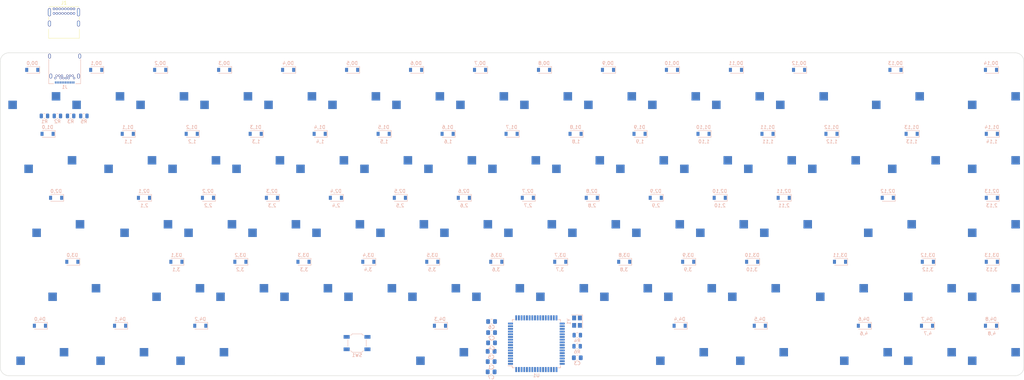
<source format=kicad_pcb>
(kicad_pcb (version 20171130) (host pcbnew "(5.1.4)-1")
  (layers (0 F.Cu signal) (31 B.Cu signal) (34 B.Paste user) (35 F.Paste user) (36 B.SilkS user) (37 F.SilkS user) (38 B.Mask user) (39 F.Mask user) (44 Edge.Cuts user))
  (net 0 "")
  (net 1 "Net-(0,12-Pad2)")
  (net 2 COL12)
  (net 3 "Net-(0,8-Pad2)")
  (net 4 COL8)
  (net 5 "Net-(0,7-Pad2)")
  (net 6 COL7)
  (net 7 "Net-(0,6-Pad2)")
  (net 8 COL6)
  (net 9 "Net-(0,5-Pad2)")
  (net 10 COL5)
  (net 11 "Net-(0,4-Pad2)")
  (net 12 COL4)
  (net 13 "Net-(0,3-Pad2)")
  (net 14 COL3)
  (net 15 "Net-(0,2-Pad2)")
  (net 16 COL2)
  (net 17 "Net-(0,1-Pad2)")
  (net 18 COL1)
  (net 19 "Net-(0,0-Pad2)")
  (net 20 COL0)
  (net 21 "Net-(0,9-Pad2)")
  (net 22 COL9)
  (net 23 "Net-(0,10-Pad2)")
  (net 24 COL10)
  (net 25 "Net-(0,11-Pad2)")
  (net 26 COL11)
  (net 27 "Net-(0,13-Pad2)")
  (net 28 COL13)
  (net 29 "Net-(0,14-Pad2)")
  (net 30 COL14)
  (net 31 "Net-(1,8-Pad2)")
  (net 32 "Net-(1,0-Pad2)")
  (net 33 "Net-(1,1-Pad2)")
  (net 34 "Net-(1,2-Pad2)")
  (net 35 "Net-(1,3-Pad2)")
  (net 36 "Net-(1,4-Pad2)")
  (net 37 "Net-(1,5-Pad2)")
  (net 38 "Net-(1,6-Pad2)")
  (net 39 "Net-(1,7-Pad2)")
  (net 40 "Net-(1,10-Pad2)")
  (net 41 "Net-(1,9-Pad2)")
  (net 42 "Net-(1,12-Pad2)")
  (net 43 "Net-(1,13-Pad2)")
  (net 44 "Net-(1,14-Pad2)")
  (net 45 "Net-(1,11-Pad2)")
  (net 46 "Net-(2,13-Pad2)")
  (net 47 "Net-(2,12-Pad2)")
  (net 48 "Net-(2,11-Pad2)")
  (net 49 "Net-(2,10-Pad2)")
  (net 50 "Net-(2,9-Pad2)")
  (net 51 "Net-(2,8-Pad2)")
  (net 52 "Net-(2,7-Pad2)")
  (net 53 "Net-(2,6-Pad2)")
  (net 54 "Net-(2,5-Pad2)")
  (net 55 "Net-(2,4-Pad2)")
  (net 56 "Net-(2,3-Pad2)")
  (net 57 "Net-(2,2-Pad2)")
  (net 58 "Net-(2,1-Pad2)")
  (net 59 "Net-(2,0-Pad2)")
  (net 60 "Net-(3,0-Pad2)")
  (net 61 "Net-(3,13-Pad2)")
  (net 62 "Net-(3,12-Pad2)")
  (net 63 "Net-(3,11-Pad2)")
  (net 64 "Net-(3,10-Pad2)")
  (net 65 "Net-(3,9-Pad2)")
  (net 66 "Net-(3,8-Pad2)")
  (net 67 "Net-(3,7-Pad2)")
  (net 68 "Net-(3,6-Pad2)")
  (net 69 "Net-(3,5-Pad2)")
  (net 70 "Net-(3,4-Pad2)")
  (net 71 "Net-(3,3-Pad2)")
  (net 72 "Net-(3,2-Pad2)")
  (net 73 "Net-(3,1-Pad2)")
  (net 74 "Net-(4,1-Pad2)")
  (net 75 "Net-(4,2-Pad2)")
  (net 76 "Net-(4,3-Pad2)")
  (net 77 "Net-(4,8-Pad2)")
  (net 78 "Net-(4,7-Pad2)")
  (net 79 "Net-(4,6-Pad2)")
  (net 80 "Net-(4,5-Pad2)")
  (net 81 "Net-(4,4-Pad2)")
  (net 82 "Net-(4,0-Pad2)")
  (net 83 GND)
  (net 84 +5V)
  (net 85 "Net-(C2-Pad1)")
  (net 86 "Net-(C3-Pad1)")
  (net 87 "Net-(C4-Pad1)")
  (net 88 ROW0)
  (net 89 ROW1)
  (net 90 ROW2)
  (net 91 ROW3)
  (net 92 ROW4)
  (net 93 "Net-(J1-PadB11)")
  (net 94 "Net-(J1-PadB10)")
  (net 95 "Net-(J1-PadB8)")
  (net 96 "Net-(J1-PadB5)")
  (net 97 "Net-(J1-PadB3)")
  (net 98 "Net-(J1-PadB2)")
  (net 99 D-)
  (net 100 D+)
  (net 101 "Net-(J1-PadA11)")
  (net 102 "Net-(J1-PadA8)")
  (net 103 "Net-(J1-PadA10)")
  (net 104 "Net-(J1-PadA5)")
  (net 105 "Net-(J1-PadA3)")
  (net 106 "Net-(J1-PadA2)")
  (net 107 "Net-(R3-Pad1)")
  (net 108 "Net-(R4-Pad1)")
  (net 109 "Net-(R5-Pad1)")
  (net 110 "Net-(R6-Pad2)")
  (net 111 "Net-(U1-Pad62)")
  (net 112 "Net-(U1-Pad61)")
  (net 113 "Net-(U1-Pad60)")
  (net 114 "Net-(U1-Pad59)")
  (net 115 "Net-(U1-Pad58)")
  (net 116 "Net-(U1-Pad57)")
  (net 117 "Net-(U1-Pad56)")
  (net 118 "Net-(U1-Pad55)")
  (net 119 "Net-(U1-Pad54)")
  (net 120 "Net-(U1-Pad51)")
  (net 121 "Net-(U1-Pad50)")
  (net 122 "Net-(U1-Pad49)")
  (net 123 "Net-(U1-Pad48)")
  (net 124 "Net-(U1-Pad47)")
  (net 125 "Net-(U1-Pad46)")
  (net 126 "Net-(U1-Pad45)")
  (net 127 "Net-(U1-Pad44)")
  (net 128 "Net-(U1-Pad42)")
  (net 129 "Net-(U1-Pad41)")
  (net 130 "Net-(U1-Pad40)")
  (net 131 "Net-(U1-Pad39)")
  (net 132 "Net-(U1-Pad38)")
  (net 133 "Net-(U1-Pad37)")
  (net 134 "Net-(U1-Pad36)")
  (net 135 "Net-(U1-Pad35)")
  (net 136 "Net-(U1-Pad34)")
  (net 137 "Net-(U1-Pad33)")
  (net 138 "Net-(U1-Pad32)")
  (net 139 "Net-(U1-Pad31)")
  (net 140 "Net-(U1-Pad30)")
  (net 141 "Net-(U1-Pad29)")
  (net 142 "Net-(U1-Pad28)")
  (net 143 "Net-(U1-Pad27)")
  (net 144 "Net-(U1-Pad26)")
  (net 145 "Net-(U1-Pad25)")
  (net 146 "Net-(U1-Pad19)")
  (net 147 "Net-(U1-Pad18)")
  (net 148 "Net-(U1-Pad17)")
  (net 149 "Net-(U1-Pad16)")
  (net 150 "Net-(U1-Pad15)")
  (net 151 "Net-(U1-Pad14)")
  (net 152 "Net-(U1-Pad13)")
  (net 153 "Net-(U1-Pad12)")
  (net 154 "Net-(U1-Pad11)")
  (net 155 "Net-(U1-Pad10)")
  (net 156 "Net-(U1-Pad9)")
  (net 157 "Net-(U1-Pad2)")
  (net 158 "Net-(U1-Pad1)")
  (module Connector_USB:USB_C_Receptacle_GCT_USB4085 (layer F.Cu) (at 37.211 -81.661)
    (fp_text reference J1 (at 2.975 -1.8) (layer F.SilkS))
    (fp_text value USB4085-GF-A_REVA)
    (pad S1 thru_hole oval (at 7.3 4.36) (size 0.9 1.7) (drill oval 0.6 1.4) (layers *.Cu *.Mask))
    (pad S1 thru_hole oval (at -1.35 4.36) (size 0.9 1.7) (drill oval 0.6 1.4) (layers *.Cu *.Mask))
    (pad S1 thru_hole oval (at 7.3 0.98) (size 0.9 2.4) (drill oval 0.6 2.1) (layers *.Cu *.Mask))
    (pad S1 thru_hole oval (at -1.35 0.98) (size 0.9 2.4) (drill oval 0.6 2.1) (layers *.Cu *.Mask))
    (pad B6 thru_hole circle (at 3.4 1.35) (size 0.7 0.7) (drill 0.4) (layers *.Cu *.Mask) (net 100 D+))
    (pad B1 thru_hole circle (at 5.95 1.35) (size 0.7 0.7) (drill 0.4) (layers *.Cu *.Mask) (net 83 GND))
    (pad B4 thru_hole circle (at 5.1 1.35) (size 0.7 0.7) (drill 0.4) (layers *.Cu *.Mask) (net 84 +5V))
    (pad B5 thru_hole circle (at 4.25 1.35) (size 0.7 0.7) (drill 0.4) (layers *.Cu *.Mask) (net 96 "Net-(J1-PadB5)"))
    (pad B12 thru_hole circle (at 0 1.35) (size 0.7 0.7) (drill 0.4) (layers *.Cu *.Mask) (net 83 GND))
    (pad B8 thru_hole circle (at 1.7 1.35) (size 0.7 0.7) (drill 0.4) (layers *.Cu *.Mask) (net 95 "Net-(J1-PadB8)"))
    (pad B7 thru_hole circle (at 2.55 1.35) (size 0.7 0.7) (drill 0.4) (layers *.Cu *.Mask) (net 99 D-))
    (pad B9 thru_hole circle (at 0.85 1.35) (size 0.7 0.7) (drill 0.4) (layers *.Cu *.Mask) (net 84 +5V))
    (pad A12 thru_hole circle (at 5.95 0) (size 0.7 0.7) (drill 0.4) (layers *.Cu *.Mask) (net 83 GND))
    (pad A9 thru_hole circle (at 5.1 0) (size 0.7 0.7) (drill 0.4) (layers *.Cu *.Mask) (net 84 +5V))
    (pad A8 thru_hole circle (at 4.25 0) (size 0.7 0.7) (drill 0.4) (layers *.Cu *.Mask) (net 102 "Net-(J1-PadA8)"))
    (pad A7 thru_hole circle (at 3.4 0) (size 0.7 0.7) (drill 0.4) (layers *.Cu *.Mask) (net 99 D-))
    (pad A6 thru_hole circle (at 2.55 0) (size 0.7 0.7) (drill 0.4) (layers *.Cu *.Mask) (net 100 D+))
    (pad A5 thru_hole circle (at 1.7 0) (size 0.7 0.7) (drill 0.4) (layers *.Cu *.Mask) (net 104 "Net-(J1-PadA5)"))
    (pad A4 thru_hole circle (at 0.85 0) (size 0.7 0.7) (drill 0.4) (layers *.Cu *.Mask) (net 84 +5V))
    (pad A1 thru_hole circle (at 0 0) (size 0.7 0.7) (drill 0.4) (layers *.Cu *.Mask) (net 83 GND))
  )
  (module MX_Only:MXOnly-2U-Hotswap (layer B.Cu) (at 287.909 -58.166 180)
    (fp_text reference 0,13)
    (fp_text value MX-NoLED)
    (pad "" np_thru_hole circle (at -11.938 -8.255 180) (size 3.9878 3.9878) (drill 3.9878) (layers *.Cu *.Mask))
    (pad "" np_thru_hole circle (at 11.938 -8.255 180) (size 3.9878 3.9878) (drill 3.9878) (layers *.Cu *.Mask))
    (pad "" np_thru_hole circle (at -11.938 6.985 180) (size 3.048 3.048) (drill 3.048) (layers *.Cu *.Mask))
    (pad "" np_thru_hole circle (at 11.938 6.985 180) (size 3.048 3.048) (drill 3.048) (layers *.Cu *.Mask))
    (pad 2 smd rect (at 5.842 -5.08 180) (size 2.55 2.5) (layers B.Cu B.Paste B.Mask) (net 27 "Net-(0,13-Pad2)"))
    (pad 1 smd rect (at -7.085 -2.54 180) (size 2.55 2.5) (layers B.Cu B.Paste B.Mask) (net 28 COL13))
    (pad "" np_thru_hole circle (at 5.08 0 228.0996) (size 1.75 1.75) (drill 1.75) (layers *.Cu *.Mask))
    (pad "" np_thru_hole circle (at -5.08 0 228.0996) (size 1.75 1.75) (drill 1.75) (layers *.Cu *.Mask))
    (pad "" np_thru_hole circle (at -3.81 -2.54 180) (size 3 3) (drill 3) (layers *.Cu *.Mask))
    (pad "" np_thru_hole circle (at 0 0 180) (size 3.9878 3.9878) (drill 3.9878) (layers *.Cu *.Mask))
    (pad "" np_thru_hole circle (at 2.54 -5.08 180) (size 3 3) (drill 3) (layers *.Cu *.Mask))
  )
  (module MX_Only:MXOnly-1.25U-Hotswap (layer F.Cu) (at 247.4276 18.034 180)
    (fp_text reference 4,5)
    (fp_text value MX-NoLED)
    (pad 2 smd rect (at 5.842 -5.08 180) (size 2.55 2.5) (layers B.Cu B.Paste B.Mask) (net 80 "Net-(4,5-Pad2)"))
    (pad 1 smd rect (at -7.085 -2.54 180) (size 2.55 2.5) (layers B.Cu B.Paste B.Mask) (net 24 COL10))
    (pad "" np_thru_hole circle (at 5.08 0 228.0996) (size 1.75 1.75) (drill 1.75) (layers *.Cu *.Mask))
    (pad "" np_thru_hole circle (at -5.08 0 228.0996) (size 1.75 1.75) (drill 1.75) (layers *.Cu *.Mask))
    (pad "" np_thru_hole circle (at -3.81 -2.54 180) (size 3 3) (drill 3) (layers *.Cu *.Mask))
    (pad "" np_thru_hole circle (at 0 0 180) (size 3.9878 3.9878) (drill 3.9878) (layers *.Cu *.Mask))
    (pad "" np_thru_hole circle (at 2.54 -5.08 180) (size 3 3) (drill 3) (layers *.Cu *.Mask))
  )
  (module MX_Only:MXOnly-1.25U-Hotswap (layer F.Cu) (at 223.6148 18.034 180)
    (fp_text reference 4,4)
    (fp_text value MX-NoLED)
    (pad 2 smd rect (at 5.842 -5.08 180) (size 2.55 2.5) (layers B.Cu B.Paste B.Mask) (net 81 "Net-(4,4-Pad2)"))
    (pad 1 smd rect (at -7.085 -2.54 180) (size 2.55 2.5) (layers B.Cu B.Paste B.Mask) (net 22 COL9))
    (pad "" np_thru_hole circle (at 5.08 0 228.0996) (size 1.75 1.75) (drill 1.75) (layers *.Cu *.Mask))
    (pad "" np_thru_hole circle (at -5.08 0 228.0996) (size 1.75 1.75) (drill 1.75) (layers *.Cu *.Mask))
    (pad "" np_thru_hole circle (at -3.81 -2.54 180) (size 3 3) (drill 3) (layers *.Cu *.Mask))
    (pad "" np_thru_hole circle (at 0 0 180) (size 3.9878 3.9878) (drill 3.9878) (layers *.Cu *.Mask))
    (pad "" np_thru_hole circle (at 2.54 -5.08 180) (size 3 3) (drill 3) (layers *.Cu *.Mask))
  )
  (module MX_Only:MXOnly-6.25U-Hotswap (layer F.Cu) (at 152.1776 18.034 180)
    (fp_text reference 4,3)
    (fp_text value MX-NoLED)
    (pad "" np_thru_hole circle (at -49.9999 8.255 180) (size 3.9878 3.9878) (drill 3.9878) (layers *.Cu *.Mask))
    (pad "" np_thru_hole circle (at 49.9999 8.255 180) (size 3.9878 3.9878) (drill 3.9878) (layers *.Cu *.Mask))
    (pad "" np_thru_hole circle (at -49.9999 -6.985 180) (size 3.048 3.048) (drill 3.048) (layers *.Cu *.Mask))
    (pad "" np_thru_hole circle (at 49.9999 -6.985 180) (size 3.048 3.048) (drill 3.048) (layers *.Cu *.Mask))
    (pad 2 smd rect (at 5.842 -5.08 180) (size 2.55 2.5) (layers B.Cu B.Paste B.Mask) (net 76 "Net-(4,3-Pad2)"))
    (pad 1 smd rect (at -7.085 -2.54 180) (size 2.55 2.5) (layers B.Cu B.Paste B.Mask) (net 10 COL5))
    (pad "" np_thru_hole circle (at 5.08 0 228.0996) (size 1.75 1.75) (drill 1.75) (layers *.Cu *.Mask))
    (pad "" np_thru_hole circle (at -5.08 0 228.0996) (size 1.75 1.75) (drill 1.75) (layers *.Cu *.Mask))
    (pad "" np_thru_hole circle (at -3.81 -2.54 180) (size 3 3) (drill 3) (layers *.Cu *.Mask))
    (pad "" np_thru_hole circle (at 0 0 180) (size 3.9878 3.9878) (drill 3.9878) (layers *.Cu *.Mask))
    (pad "" np_thru_hole circle (at 2.54 -5.08 180) (size 3 3) (drill 3) (layers *.Cu *.Mask))
  )
  (module MX_Only:MXOnly-1.25U-Hotswap (layer F.Cu) (at 80.7404 18.034 180)
    (fp_text reference 4,2)
    (fp_text value MX-NoLED)
    (pad 2 smd rect (at 5.842 -5.08 180) (size 2.55 2.5) (layers B.Cu B.Paste B.Mask) (net 75 "Net-(4,2-Pad2)"))
    (pad 1 smd rect (at -7.085 -2.54 180) (size 2.55 2.5) (layers B.Cu B.Paste B.Mask) (net 16 COL2))
    (pad "" np_thru_hole circle (at 5.08 0 228.0996) (size 1.75 1.75) (drill 1.75) (layers *.Cu *.Mask))
    (pad "" np_thru_hole circle (at -5.08 0 228.0996) (size 1.75 1.75) (drill 1.75) (layers *.Cu *.Mask))
    (pad "" np_thru_hole circle (at -3.81 -2.54 180) (size 3 3) (drill 3) (layers *.Cu *.Mask))
    (pad "" np_thru_hole circle (at 0 0 180) (size 3.9878 3.9878) (drill 3.9878) (layers *.Cu *.Mask))
    (pad "" np_thru_hole circle (at 2.54 -5.08 180) (size 3 3) (drill 3) (layers *.Cu *.Mask))
  )
  (module MX_Only:MXOnly-1.25U-Hotswap (layer F.Cu) (at 33.1153 18.034 180)
    (fp_text reference 4,0)
    (fp_text value MX-NoLED)
    (pad 2 smd rect (at 5.842 -5.08 180) (size 2.55 2.5) (layers B.Cu B.Paste B.Mask) (net 82 "Net-(4,0-Pad2)"))
    (pad 1 smd rect (at -7.085 -2.54 180) (size 2.55 2.5) (layers B.Cu B.Paste B.Mask) (net 20 COL0))
    (pad "" np_thru_hole circle (at 5.08 0 228.0996) (size 1.75 1.75) (drill 1.75) (layers *.Cu *.Mask))
    (pad "" np_thru_hole circle (at -5.08 0 228.0996) (size 1.75 1.75) (drill 1.75) (layers *.Cu *.Mask))
    (pad "" np_thru_hole circle (at -3.81 -2.54 180) (size 3 3) (drill 3) (layers *.Cu *.Mask))
    (pad "" np_thru_hole circle (at 0 0 180) (size 3.9878 3.9878) (drill 3.9878) (layers *.Cu *.Mask))
    (pad "" np_thru_hole circle (at 2.54 -5.08 180) (size 3 3) (drill 3) (layers *.Cu *.Mask))
  )
  (module MX_Only:MXOnly-1.25U-Hotswap (layer F.Cu) (at 56.9276 18.034 180)
    (fp_text reference 4,1)
    (fp_text value MX-NoLED)
    (pad 2 smd rect (at 5.842 -5.08 180) (size 2.55 2.5) (layers B.Cu B.Paste B.Mask) (net 74 "Net-(4,1-Pad2)"))
    (pad 1 smd rect (at -7.085 -2.54 180) (size 2.55 2.5) (layers B.Cu B.Paste B.Mask) (net 18 COL1))
    (pad "" np_thru_hole circle (at 5.08 0 228.0996) (size 1.75 1.75) (drill 1.75) (layers *.Cu *.Mask))
    (pad "" np_thru_hole circle (at -5.08 0 228.0996) (size 1.75 1.75) (drill 1.75) (layers *.Cu *.Mask))
    (pad "" np_thru_hole circle (at -3.81 -2.54 180) (size 3 3) (drill 3) (layers *.Cu *.Mask))
    (pad "" np_thru_hole circle (at 0 0 180) (size 3.9878 3.9878) (drill 3.9878) (layers *.Cu *.Mask))
    (pad "" np_thru_hole circle (at 2.54 -5.08 180) (size 3 3) (drill 3) (layers *.Cu *.Mask))
  )
  (module MX_Only:MXOnly-1.75U-Hotswap (layer F.Cu) (at 271.24025 -1.016 180)
    (fp_text reference 3,11)
    (fp_text value MX-NoLED)
    (pad 2 smd rect (at 5.842 -5.08 180) (size 2.55 2.5) (layers B.Cu B.Paste B.Mask) (net 63 "Net-(3,11-Pad2)"))
    (pad 1 smd rect (at -7.085 -2.54 180) (size 2.55 2.5) (layers B.Cu B.Paste B.Mask) (net 26 COL11))
    (pad "" np_thru_hole circle (at 5.08 0 228.0996) (size 1.75 1.75) (drill 1.75) (layers *.Cu *.Mask))
    (pad "" np_thru_hole circle (at -5.08 0 228.0996) (size 1.75 1.75) (drill 1.75) (layers *.Cu *.Mask))
    (pad "" np_thru_hole circle (at -3.81 -2.54 180) (size 3 3) (drill 3) (layers *.Cu *.Mask))
    (pad "" np_thru_hole circle (at 0 0 180) (size 3.9878 3.9878) (drill 3.9878) (layers *.Cu *.Mask))
    (pad "" np_thru_hole circle (at 2.54 -5.08 180) (size 3 3) (drill 3) (layers *.Cu *.Mask))
  )
  (module MX_Only:MXOnly-2.25U-Hotswap (layer F.Cu) (at 42.64025 -1.016 180)
    (fp_text reference 3,0)
    (fp_text value MX-NoLED)
    (pad "" np_thru_hole circle (at -11.938 8.255 180) (size 3.9878 3.9878) (drill 3.9878) (layers *.Cu *.Mask))
    (pad "" np_thru_hole circle (at 11.938 8.255 180) (size 3.9878 3.9878) (drill 3.9878) (layers *.Cu *.Mask))
    (pad "" np_thru_hole circle (at -11.938 -6.985 180) (size 3.048 3.048) (drill 3.048) (layers *.Cu *.Mask))
    (pad "" np_thru_hole circle (at 11.938 -6.985 180) (size 3.048 3.048) (drill 3.048) (layers *.Cu *.Mask))
    (pad 2 smd rect (at 5.842 -5.08 180) (size 2.55 2.5) (layers B.Cu B.Paste B.Mask) (net 60 "Net-(3,0-Pad2)"))
    (pad 1 smd rect (at -7.085 -2.54 180) (size 2.55 2.5) (layers B.Cu B.Paste B.Mask) (net 20 COL0))
    (pad "" np_thru_hole circle (at 5.08 0 228.0996) (size 1.75 1.75) (drill 1.75) (layers *.Cu *.Mask))
    (pad "" np_thru_hole circle (at -5.08 0 228.0996) (size 1.75 1.75) (drill 1.75) (layers *.Cu *.Mask))
    (pad "" np_thru_hole circle (at -3.81 -2.54 180) (size 3 3) (drill 3) (layers *.Cu *.Mask))
    (pad "" np_thru_hole circle (at 0 0 180) (size 3.9878 3.9878) (drill 3.9878) (layers *.Cu *.Mask))
    (pad "" np_thru_hole circle (at 2.54 -5.08 180) (size 3 3) (drill 3) (layers *.Cu *.Mask))
  )
  (module MX_Only:MXOnly-2.25U-Hotswap (layer F.Cu) (at 285.52775 -20.066 180)
    (fp_text reference 2,12)
    (fp_text value MX-NoLED)
    (pad "" np_thru_hole circle (at -11.938 8.255 180) (size 3.9878 3.9878) (drill 3.9878) (layers *.Cu *.Mask))
    (pad "" np_thru_hole circle (at 11.938 8.255 180) (size 3.9878 3.9878) (drill 3.9878) (layers *.Cu *.Mask))
    (pad "" np_thru_hole circle (at -11.938 -6.985 180) (size 3.048 3.048) (drill 3.048) (layers *.Cu *.Mask))
    (pad "" np_thru_hole circle (at 11.938 -6.985 180) (size 3.048 3.048) (drill 3.048) (layers *.Cu *.Mask))
    (pad 2 smd rect (at 5.842 -5.08 180) (size 2.55 2.5) (layers B.Cu B.Paste B.Mask) (net 47 "Net-(2,12-Pad2)"))
    (pad 1 smd rect (at -7.085 -2.54 180) (size 2.55 2.5) (layers B.Cu B.Paste B.Mask) (net 2 COL12))
    (pad "" np_thru_hole circle (at 5.08 0 228.0996) (size 1.75 1.75) (drill 1.75) (layers *.Cu *.Mask))
    (pad "" np_thru_hole circle (at -5.08 0 228.0996) (size 1.75 1.75) (drill 1.75) (layers *.Cu *.Mask))
    (pad "" np_thru_hole circle (at -3.81 -2.54 180) (size 3 3) (drill 3) (layers *.Cu *.Mask))
    (pad "" np_thru_hole circle (at 0 0 180) (size 3.9878 3.9878) (drill 3.9878) (layers *.Cu *.Mask))
    (pad "" np_thru_hole circle (at 2.54 -5.08 180) (size 3 3) (drill 3) (layers *.Cu *.Mask))
  )
  (module MX_Only:MXOnly-1.75U-Hotswap (layer F.Cu) (at 37.8778 -20.066 180)
    (fp_text reference 2,0)
    (fp_text value MX-NoLED)
    (pad 2 smd rect (at 5.842 -5.08 180) (size 2.55 2.5) (layers B.Cu B.Paste B.Mask) (net 59 "Net-(2,0-Pad2)"))
    (pad 1 smd rect (at -7.085 -2.54 180) (size 2.55 2.5) (layers B.Cu B.Paste B.Mask) (net 20 COL0))
    (pad "" np_thru_hole circle (at 5.08 0 228.0996) (size 1.75 1.75) (drill 1.75) (layers *.Cu *.Mask))
    (pad "" np_thru_hole circle (at -5.08 0 228.0996) (size 1.75 1.75) (drill 1.75) (layers *.Cu *.Mask))
    (pad "" np_thru_hole circle (at -3.81 -2.54 180) (size 3 3) (drill 3) (layers *.Cu *.Mask))
    (pad "" np_thru_hole circle (at 0 0 180) (size 3.9878 3.9878) (drill 3.9878) (layers *.Cu *.Mask))
    (pad "" np_thru_hole circle (at 2.54 -5.08 180) (size 3 3) (drill 3) (layers *.Cu *.Mask))
  )
  (module MX_Only:MXOnly-1.5U-Hotswap (layer F.Cu) (at 35.4965 -39.116 180)
    (fp_text reference 1,0)
    (fp_text value MX-NoLED)
    (pad "" np_thru_hole circle (at 2.54 -5.08 180) (size 3 3) (drill 3) (layers *.Cu *.Mask))
    (pad "" np_thru_hole circle (at 0 0 180) (size 3.9878 3.9878) (drill 3.9878) (layers *.Cu *.Mask))
    (pad "" np_thru_hole circle (at -3.81 -2.54 180) (size 3 3) (drill 3) (layers *.Cu *.Mask))
    (pad "" np_thru_hole circle (at -5.08 0 228.0996) (size 1.75 1.75) (drill 1.75) (layers *.Cu *.Mask))
    (pad "" np_thru_hole circle (at 5.08 0 228.0996) (size 1.75 1.75) (drill 1.75) (layers *.Cu *.Mask))
    (pad 1 smd rect (at -7.085 -2.54 180) (size 2.55 2.5) (layers B.Cu B.Paste B.Mask) (net 20 COL0))
    (pad 2 smd rect (at 5.842 -5.08 180) (size 2.55 2.5) (layers B.Cu B.Paste B.Mask) (net 32 "Net-(1,0-Pad2)"))
  )
  (module MX_Only:MXOnly-1U-Hotswap (layer F.Cu) (at 173.609 -39.116 180)
    (fp_text reference 1,7)
    (fp_text value MX-NoLED)
    (pad 2 smd rect (at 5.842 -5.08 180) (size 2.55 2.5) (layers B.Cu B.Paste B.Mask) (net 39 "Net-(1,7-Pad2)"))
    (pad 1 smd rect (at -7.085 -2.54 180) (size 2.55 2.5) (layers B.Cu B.Paste B.Mask) (net 6 COL7))
    (pad "" np_thru_hole circle (at 5.08 0 228.0996) (size 1.75 1.75) (drill 1.75) (layers *.Cu *.Mask))
    (pad "" np_thru_hole circle (at -5.08 0 228.0996) (size 1.75 1.75) (drill 1.75) (layers *.Cu *.Mask))
    (pad "" np_thru_hole circle (at -3.81 -2.54 180) (size 3 3) (drill 3) (layers *.Cu *.Mask))
    (pad "" np_thru_hole circle (at 0 0 180) (size 3.9878 3.9878) (drill 3.9878) (layers *.Cu *.Mask))
    (pad "" np_thru_hole circle (at 2.54 -5.08 180) (size 3 3) (drill 3) (layers *.Cu *.Mask))
  )
  (module MX_Only:MXOnly-1U-Hotswap (layer F.Cu) (at 316.484 -58.166 180)
    (fp_text reference 0,14)
    (fp_text value MX-NoLED)
    (pad 2 smd rect (at 5.842 -5.08 180) (size 2.55 2.5) (layers B.Cu B.Paste B.Mask) (net 29 "Net-(0,14-Pad2)"))
    (pad 1 smd rect (at -7.085 -2.54 180) (size 2.55 2.5) (layers B.Cu B.Paste B.Mask) (net 30 COL14))
    (pad "" np_thru_hole circle (at 5.08 0 228.0996) (size 1.75 1.75) (drill 1.75) (layers *.Cu *.Mask))
    (pad "" np_thru_hole circle (at -5.08 0 228.0996) (size 1.75 1.75) (drill 1.75) (layers *.Cu *.Mask))
    (pad "" np_thru_hole circle (at -3.81 -2.54 180) (size 3 3) (drill 3) (layers *.Cu *.Mask))
    (pad "" np_thru_hole circle (at 0 0 180) (size 3.9878 3.9878) (drill 3.9878) (layers *.Cu *.Mask))
    (pad "" np_thru_hole circle (at 2.54 -5.08 180) (size 3 3) (drill 3) (layers *.Cu *.Mask))
  )
  (module MX_Only:MXOnly-1U-Hotswap (layer F.Cu) (at 259.334 -58.166 180)
    (fp_text reference 0,12)
    (fp_text value MX-NoLED)
    (pad 2 smd rect (at 5.842 -5.08 180) (size 2.55 2.5) (layers B.Cu B.Paste B.Mask) (net 1 "Net-(0,12-Pad2)"))
    (pad 1 smd rect (at -7.085 -2.54 180) (size 2.55 2.5) (layers B.Cu B.Paste B.Mask) (net 2 COL12))
    (pad "" np_thru_hole circle (at 5.08 0 228.0996) (size 1.75 1.75) (drill 1.75) (layers *.Cu *.Mask))
    (pad "" np_thru_hole circle (at -5.08 0 228.0996) (size 1.75 1.75) (drill 1.75) (layers *.Cu *.Mask))
    (pad "" np_thru_hole circle (at -3.81 -2.54 180) (size 3 3) (drill 3) (layers *.Cu *.Mask))
    (pad "" np_thru_hole circle (at 0 0 180) (size 3.9878 3.9878) (drill 3.9878) (layers *.Cu *.Mask))
    (pad "" np_thru_hole circle (at 2.54 -5.08 180) (size 3 3) (drill 3) (layers *.Cu *.Mask))
  )
  (module MX_Only:MXOnly-1U-Hotswap (layer F.Cu) (at 221.234 -58.166 180)
    (fp_text reference 0,10)
    (fp_text value MX-NoLED)
    (pad 2 smd rect (at 5.842 -5.08 180) (size 2.55 2.5) (layers B.Cu B.Paste B.Mask) (net 23 "Net-(0,10-Pad2)"))
    (pad 1 smd rect (at -7.085 -2.54 180) (size 2.55 2.5) (layers B.Cu B.Paste B.Mask) (net 24 COL10))
    (pad "" np_thru_hole circle (at 5.08 0 228.0996) (size 1.75 1.75) (drill 1.75) (layers *.Cu *.Mask))
    (pad "" np_thru_hole circle (at -5.08 0 228.0996) (size 1.75 1.75) (drill 1.75) (layers *.Cu *.Mask))
    (pad "" np_thru_hole circle (at -3.81 -2.54 180) (size 3 3) (drill 3) (layers *.Cu *.Mask))
    (pad "" np_thru_hole circle (at 0 0 180) (size 3.9878 3.9878) (drill 3.9878) (layers *.Cu *.Mask))
    (pad "" np_thru_hole circle (at 2.54 -5.08 180) (size 3 3) (drill 3) (layers *.Cu *.Mask))
  )
  (module MX_Only:MXOnly-1U-Hotswap (layer F.Cu) (at 202.184 -58.166 180)
    (fp_text reference 0,9)
    (fp_text value MX-NoLED)
    (pad 2 smd rect (at 5.842 -5.08 180) (size 2.55 2.5) (layers B.Cu B.Paste B.Mask) (net 21 "Net-(0,9-Pad2)"))
    (pad 1 smd rect (at -7.085 -2.54 180) (size 2.55 2.5) (layers B.Cu B.Paste B.Mask) (net 22 COL9))
    (pad "" np_thru_hole circle (at 5.08 0 228.0996) (size 1.75 1.75) (drill 1.75) (layers *.Cu *.Mask))
    (pad "" np_thru_hole circle (at -5.08 0 228.0996) (size 1.75 1.75) (drill 1.75) (layers *.Cu *.Mask))
    (pad "" np_thru_hole circle (at -3.81 -2.54 180) (size 3 3) (drill 3) (layers *.Cu *.Mask))
    (pad "" np_thru_hole circle (at 0 0 180) (size 3.9878 3.9878) (drill 3.9878) (layers *.Cu *.Mask))
    (pad "" np_thru_hole circle (at 2.54 -5.08 180) (size 3 3) (drill 3) (layers *.Cu *.Mask))
  )
  (module MX_Only:MXOnly-1U-Hotswap (layer F.Cu) (at 183.134 -58.166 180)
    (fp_text reference 0,8)
    (fp_text value MX-NoLED)
    (pad 2 smd rect (at 5.842 -5.08 180) (size 2.55 2.5) (layers B.Cu B.Paste B.Mask) (net 3 "Net-(0,8-Pad2)"))
    (pad 1 smd rect (at -7.085 -2.54 180) (size 2.55 2.5) (layers B.Cu B.Paste B.Mask) (net 4 COL8))
    (pad "" np_thru_hole circle (at 5.08 0 228.0996) (size 1.75 1.75) (drill 1.75) (layers *.Cu *.Mask))
    (pad "" np_thru_hole circle (at -5.08 0 228.0996) (size 1.75 1.75) (drill 1.75) (layers *.Cu *.Mask))
    (pad "" np_thru_hole circle (at -3.81 -2.54 180) (size 3 3) (drill 3) (layers *.Cu *.Mask))
    (pad "" np_thru_hole circle (at 0 0 180) (size 3.9878 3.9878) (drill 3.9878) (layers *.Cu *.Mask))
    (pad "" np_thru_hole circle (at 2.54 -5.08 180) (size 3 3) (drill 3) (layers *.Cu *.Mask))
  )
  (module MX_Only:MXOnly-1U-Hotswap (layer F.Cu) (at 164.084 -58.166 180)
    (fp_text reference 0,7)
    (fp_text value MX-NoLED)
    (pad 2 smd rect (at 5.842 -5.08 180) (size 2.55 2.5) (layers B.Cu B.Paste B.Mask) (net 5 "Net-(0,7-Pad2)"))
    (pad 1 smd rect (at -7.085 -2.54 180) (size 2.55 2.5) (layers B.Cu B.Paste B.Mask) (net 6 COL7))
    (pad "" np_thru_hole circle (at 5.08 0 228.0996) (size 1.75 1.75) (drill 1.75) (layers *.Cu *.Mask))
    (pad "" np_thru_hole circle (at -5.08 0 228.0996) (size 1.75 1.75) (drill 1.75) (layers *.Cu *.Mask))
    (pad "" np_thru_hole circle (at -3.81 -2.54 180) (size 3 3) (drill 3) (layers *.Cu *.Mask))
    (pad "" np_thru_hole circle (at 0 0 180) (size 3.9878 3.9878) (drill 3.9878) (layers *.Cu *.Mask))
    (pad "" np_thru_hole circle (at 2.54 -5.08 180) (size 3 3) (drill 3) (layers *.Cu *.Mask))
  )
  (module MX_Only:MXOnly-1U-Hotswap (layer F.Cu) (at 145.034 -58.166 180)
    (fp_text reference 0,6)
    (fp_text value MX-NoLED)
    (pad 2 smd rect (at 5.842 -5.08 180) (size 2.55 2.5) (layers B.Cu B.Paste B.Mask) (net 7 "Net-(0,6-Pad2)"))
    (pad 1 smd rect (at -7.085 -2.54 180) (size 2.55 2.5) (layers B.Cu B.Paste B.Mask) (net 8 COL6))
    (pad "" np_thru_hole circle (at 5.08 0 228.0996) (size 1.75 1.75) (drill 1.75) (layers *.Cu *.Mask))
    (pad "" np_thru_hole circle (at -5.08 0 228.0996) (size 1.75 1.75) (drill 1.75) (layers *.Cu *.Mask))
    (pad "" np_thru_hole circle (at -3.81 -2.54 180) (size 3 3) (drill 3) (layers *.Cu *.Mask))
    (pad "" np_thru_hole circle (at 0 0 180) (size 3.9878 3.9878) (drill 3.9878) (layers *.Cu *.Mask))
    (pad "" np_thru_hole circle (at 2.54 -5.08 180) (size 3 3) (drill 3) (layers *.Cu *.Mask))
  )
  (module MX_Only:MXOnly-1U-Hotswap (layer F.Cu) (at 30.734 -58.166 180)
    (fp_text reference 0,0)
    (fp_text value MX-NoLED)
    (pad 2 smd rect (at 5.842 -5.08 180) (size 2.55 2.5) (layers B.Cu B.Paste B.Mask) (net 19 "Net-(0,0-Pad2)"))
    (pad 1 smd rect (at -7.085 -2.54 180) (size 2.55 2.5) (layers B.Cu B.Paste B.Mask) (net 20 COL0))
    (pad "" np_thru_hole circle (at 5.08 0 228.0996) (size 1.75 1.75) (drill 1.75) (layers *.Cu *.Mask))
    (pad "" np_thru_hole circle (at -5.08 0 228.0996) (size 1.75 1.75) (drill 1.75) (layers *.Cu *.Mask))
    (pad "" np_thru_hole circle (at -3.81 -2.54 180) (size 3 3) (drill 3) (layers *.Cu *.Mask))
    (pad "" np_thru_hole circle (at 0 0 180) (size 3.9878 3.9878) (drill 3.9878) (layers *.Cu *.Mask))
    (pad "" np_thru_hole circle (at 2.54 -5.08 180) (size 3 3) (drill 3) (layers *.Cu *.Mask))
  )
  (module MX_Only:MXOnly-1U-Hotswap (layer F.Cu) (at 49.784 -58.166 180)
    (fp_text reference 0,1)
    (fp_text value MX-NoLED)
    (pad 2 smd rect (at 5.842 -5.08 180) (size 2.55 2.5) (layers B.Cu B.Paste B.Mask) (net 17 "Net-(0,1-Pad2)"))
    (pad 1 smd rect (at -7.085 -2.54 180) (size 2.55 2.5) (layers B.Cu B.Paste B.Mask) (net 18 COL1))
    (pad "" np_thru_hole circle (at 5.08 0 228.0996) (size 1.75 1.75) (drill 1.75) (layers *.Cu *.Mask))
    (pad "" np_thru_hole circle (at -5.08 0 228.0996) (size 1.75 1.75) (drill 1.75) (layers *.Cu *.Mask))
    (pad "" np_thru_hole circle (at -3.81 -2.54 180) (size 3 3) (drill 3) (layers *.Cu *.Mask))
    (pad "" np_thru_hole circle (at 0 0 180) (size 3.9878 3.9878) (drill 3.9878) (layers *.Cu *.Mask))
    (pad "" np_thru_hole circle (at 2.54 -5.08 180) (size 3 3) (drill 3) (layers *.Cu *.Mask))
  )
  (module MX_Only:MXOnly-1U-Hotswap (layer F.Cu) (at 68.834 -58.166 180)
    (fp_text reference 0,2)
    (fp_text value MX-NoLED)
    (pad 2 smd rect (at 5.842 -5.08 180) (size 2.55 2.5) (layers B.Cu B.Paste B.Mask) (net 15 "Net-(0,2-Pad2)"))
    (pad 1 smd rect (at -7.085 -2.54 180) (size 2.55 2.5) (layers B.Cu B.Paste B.Mask) (net 16 COL2))
    (pad "" np_thru_hole circle (at 5.08 0 228.0996) (size 1.75 1.75) (drill 1.75) (layers *.Cu *.Mask))
    (pad "" np_thru_hole circle (at -5.08 0 228.0996) (size 1.75 1.75) (drill 1.75) (layers *.Cu *.Mask))
    (pad "" np_thru_hole circle (at -3.81 -2.54 180) (size 3 3) (drill 3) (layers *.Cu *.Mask))
    (pad "" np_thru_hole circle (at 0 0 180) (size 3.9878 3.9878) (drill 3.9878) (layers *.Cu *.Mask))
    (pad "" np_thru_hole circle (at 2.54 -5.08 180) (size 3 3) (drill 3) (layers *.Cu *.Mask))
  )
  (module MX_Only:MXOnly-1U-Hotswap (layer F.Cu) (at 87.884 -58.166 180)
    (fp_text reference 0,3)
    (fp_text value MX-NoLED)
    (pad 2 smd rect (at 5.842 -5.08 180) (size 2.55 2.5) (layers B.Cu B.Paste B.Mask) (net 13 "Net-(0,3-Pad2)"))
    (pad 1 smd rect (at -7.085 -2.54 180) (size 2.55 2.5) (layers B.Cu B.Paste B.Mask) (net 14 COL3))
    (pad "" np_thru_hole circle (at 5.08 0 228.0996) (size 1.75 1.75) (drill 1.75) (layers *.Cu *.Mask))
    (pad "" np_thru_hole circle (at -5.08 0 228.0996) (size 1.75 1.75) (drill 1.75) (layers *.Cu *.Mask))
    (pad "" np_thru_hole circle (at -3.81 -2.54 180) (size 3 3) (drill 3) (layers *.Cu *.Mask))
    (pad "" np_thru_hole circle (at 0 0 180) (size 3.9878 3.9878) (drill 3.9878) (layers *.Cu *.Mask))
    (pad "" np_thru_hole circle (at 2.54 -5.08 180) (size 3 3) (drill 3) (layers *.Cu *.Mask))
  )
  (module MX_Only:MXOnly-1U-Hotswap (layer F.Cu) (at 106.934 -58.166 180)
    (fp_text reference 0,4)
    (fp_text value MX-NoLED)
    (pad 2 smd rect (at 5.842 -5.08 180) (size 2.55 2.5) (layers B.Cu B.Paste B.Mask) (net 11 "Net-(0,4-Pad2)"))
    (pad 1 smd rect (at -7.085 -2.54 180) (size 2.55 2.5) (layers B.Cu B.Paste B.Mask) (net 12 COL4))
    (pad "" np_thru_hole circle (at 5.08 0 228.0996) (size 1.75 1.75) (drill 1.75) (layers *.Cu *.Mask))
    (pad "" np_thru_hole circle (at -5.08 0 228.0996) (size 1.75 1.75) (drill 1.75) (layers *.Cu *.Mask))
    (pad "" np_thru_hole circle (at -3.81 -2.54 180) (size 3 3) (drill 3) (layers *.Cu *.Mask))
    (pad "" np_thru_hole circle (at 0 0 180) (size 3.9878 3.9878) (drill 3.9878) (layers *.Cu *.Mask))
    (pad "" np_thru_hole circle (at 2.54 -5.08 180) (size 3 3) (drill 3) (layers *.Cu *.Mask))
  )
  (module MX_Only:MXOnly-1U-Hotswap (layer F.Cu) (at 125.984 -58.166 180)
    (fp_text reference 0,5)
    (fp_text value MX-NoLED)
    (pad 2 smd rect (at 5.842 -5.08 180) (size 2.55 2.5) (layers B.Cu B.Paste B.Mask) (net 9 "Net-(0,5-Pad2)"))
    (pad 1 smd rect (at -7.085 -2.54 180) (size 2.55 2.5) (layers B.Cu B.Paste B.Mask) (net 10 COL5))
    (pad "" np_thru_hole circle (at 5.08 0 228.0996) (size 1.75 1.75) (drill 1.75) (layers *.Cu *.Mask))
    (pad "" np_thru_hole circle (at -5.08 0 228.0996) (size 1.75 1.75) (drill 1.75) (layers *.Cu *.Mask))
    (pad "" np_thru_hole circle (at -3.81 -2.54 180) (size 3 3) (drill 3) (layers *.Cu *.Mask))
    (pad "" np_thru_hole circle (at 0 0 180) (size 3.9878 3.9878) (drill 3.9878) (layers *.Cu *.Mask))
    (pad "" np_thru_hole circle (at 2.54 -5.08 180) (size 3 3) (drill 3) (layers *.Cu *.Mask))
  )
  (module MX_Only:MXOnly-1U-Hotswap (layer F.Cu) (at 240.284 -58.166 180)
    (fp_text reference 0,11)
    (fp_text value MX-NoLED)
    (pad 2 smd rect (at 5.842 -5.08 180) (size 2.55 2.5) (layers B.Cu B.Paste B.Mask) (net 25 "Net-(0,11-Pad2)"))
    (pad 1 smd rect (at -7.085 -2.54 180) (size 2.55 2.5) (layers B.Cu B.Paste B.Mask) (net 26 COL11))
    (pad "" np_thru_hole circle (at 5.08 0 228.0996) (size 1.75 1.75) (drill 1.75) (layers *.Cu *.Mask))
    (pad "" np_thru_hole circle (at -5.08 0 228.0996) (size 1.75 1.75) (drill 1.75) (layers *.Cu *.Mask))
    (pad "" np_thru_hole circle (at -3.81 -2.54 180) (size 3 3) (drill 3) (layers *.Cu *.Mask))
    (pad "" np_thru_hole circle (at 0 0 180) (size 3.9878 3.9878) (drill 3.9878) (layers *.Cu *.Mask))
    (pad "" np_thru_hole circle (at 2.54 -5.08 180) (size 3 3) (drill 3) (layers *.Cu *.Mask))
  )
  (module MX_Only:MXOnly-1.5U-Hotswap (layer F.Cu) (at 292.6715 -39.116 180)
    (fp_text reference 1,13)
    (fp_text value MX-NoLED)
    (fp_text user %R (at 0 3.048) (layer B.SilkS) (effects (justify mirror)))
    (pad 2 smd rect (at 5.842 -5.08 180) (size 2.55 2.5) (layers B.Cu B.Paste B.Mask) (net 43 "Net-(1,13-Pad2)"))
    (pad 1 smd rect (at -7.085 -2.54 180) (size 2.55 2.5) (layers B.Cu B.Paste B.Mask) (net 28 COL13))
    (pad "" np_thru_hole circle (at 5.08 0 228.0996) (size 1.75 1.75) (drill 1.75) (layers *.Cu *.Mask))
    (pad "" np_thru_hole circle (at -5.08 0 228.0996) (size 1.75 1.75) (drill 1.75) (layers *.Cu *.Mask))
    (pad "" np_thru_hole circle (at -3.81 -2.54 180) (size 3 3) (drill 3) (layers *.Cu *.Mask))
    (pad "" np_thru_hole circle (at 0 0 180) (size 3.9878 3.9878) (drill 3.9878) (layers *.Cu *.Mask))
    (pad "" np_thru_hole circle (at 2.54 -5.08 180) (size 3 3) (drill 3) (layers *.Cu *.Mask))
  )
  (module Crystal:Crystal_SMD_3225-4Pin_3.2x2.5mm (layer B.Cu) (at 192.952 11.473 270)
    (fp_text reference Y1 (at 0 2.45 90) (layer B.SilkS) (effects (justify mirror)))
    (fp_text value 16MHz)
    (pad 4 smd rect (at -1.1 0.85 270) (size 1.4 1.2) (layers B.Cu B.Paste B.Mask) (net 83 GND))
    (pad 3 smd rect (at 1.1 0.85 270) (size 1.4 1.2) (layers B.Cu B.Paste B.Mask) (net 86 "Net-(C3-Pad1)"))
    (pad 2 smd rect (at 1.1 -0.85 270) (size 1.4 1.2) (layers B.Cu B.Paste B.Mask) (net 83 GND))
    (pad 1 smd rect (at -1.1 -0.85 270) (size 1.4 1.2) (layers B.Cu B.Paste B.Mask) (net 85 "Net-(C2-Pad1)"))
  )
  (module Package_QFP:TQFP-64_14x14mm_P0.8mm (layer B.Cu) (at 180.848 18.034)
    (fp_text reference U1 (at 0 9.45) (layer B.SilkS) (effects (justify mirror)))
    (fp_text value AT90USB1286-AU)
    (pad 64 smd rect (at -6 7.7 270) (size 1.5 0.55) (layers B.Cu B.Paste B.Mask) (net 84 +5V))
    (pad 63 smd rect (at -5.2 7.7 270) (size 1.5 0.55) (layers B.Cu B.Paste B.Mask) (net 83 GND))
    (pad 62 smd rect (at -4.4 7.7 270) (size 1.5 0.55) (layers B.Cu B.Paste B.Mask) (net 111 "Net-(U1-Pad62)"))
    (pad 61 smd rect (at -3.6 7.7 270) (size 1.5 0.55) (layers B.Cu B.Paste B.Mask) (net 112 "Net-(U1-Pad61)"))
    (pad 60 smd rect (at -2.8 7.7 270) (size 1.5 0.55) (layers B.Cu B.Paste B.Mask) (net 113 "Net-(U1-Pad60)"))
    (pad 59 smd rect (at -2 7.7 270) (size 1.5 0.55) (layers B.Cu B.Paste B.Mask) (net 114 "Net-(U1-Pad59)"))
    (pad 58 smd rect (at -1.2 7.7 270) (size 1.5 0.55) (layers B.Cu B.Paste B.Mask) (net 115 "Net-(U1-Pad58)"))
    (pad 57 smd rect (at -0.4 7.7 270) (size 1.5 0.55) (layers B.Cu B.Paste B.Mask) (net 116 "Net-(U1-Pad57)"))
    (pad 56 smd rect (at 0.4 7.7 270) (size 1.5 0.55) (layers B.Cu B.Paste B.Mask) (net 117 "Net-(U1-Pad56)"))
    (pad 55 smd rect (at 1.2 7.7 270) (size 1.5 0.55) (layers B.Cu B.Paste B.Mask) (net 118 "Net-(U1-Pad55)"))
    (pad 54 smd rect (at 2 7.7 270) (size 1.5 0.55) (layers B.Cu B.Paste B.Mask) (net 119 "Net-(U1-Pad54)"))
    (pad 53 smd rect (at 2.8 7.7 270) (size 1.5 0.55) (layers B.Cu B.Paste B.Mask) (net 83 GND))
    (pad 52 smd rect (at 3.6 7.7 270) (size 1.5 0.55) (layers B.Cu B.Paste B.Mask) (net 84 +5V))
    (pad 51 smd rect (at 4.4 7.7 270) (size 1.5 0.55) (layers B.Cu B.Paste B.Mask) (net 120 "Net-(U1-Pad51)"))
    (pad 50 smd rect (at 5.2 7.7 270) (size 1.5 0.55) (layers B.Cu B.Paste B.Mask) (net 121 "Net-(U1-Pad50)"))
    (pad 49 smd rect (at 6 7.7 270) (size 1.5 0.55) (layers B.Cu B.Paste B.Mask) (net 122 "Net-(U1-Pad49)"))
    (pad 48 smd rect (at 7.7 6) (size 1.5 0.55) (layers B.Cu B.Paste B.Mask) (net 123 "Net-(U1-Pad48)"))
    (pad 47 smd rect (at 7.7 5.2) (size 1.5 0.55) (layers B.Cu B.Paste B.Mask) (net 124 "Net-(U1-Pad47)"))
    (pad 46 smd rect (at 7.7 4.4) (size 1.5 0.55) (layers B.Cu B.Paste B.Mask) (net 125 "Net-(U1-Pad46)"))
    (pad 45 smd rect (at 7.7 3.6) (size 1.5 0.55) (layers B.Cu B.Paste B.Mask) (net 126 "Net-(U1-Pad45)"))
    (pad 44 smd rect (at 7.7 2.8) (size 1.5 0.55) (layers B.Cu B.Paste B.Mask) (net 127 "Net-(U1-Pad44)"))
    (pad 43 smd rect (at 7.7 2) (size 1.5 0.55) (layers B.Cu B.Paste B.Mask) (net 108 "Net-(R4-Pad1)"))
    (pad 42 smd rect (at 7.7 1.2) (size 1.5 0.55) (layers B.Cu B.Paste B.Mask) (net 128 "Net-(U1-Pad42)"))
    (pad 41 smd rect (at 7.7 0.4) (size 1.5 0.55) (layers B.Cu B.Paste B.Mask) (net 129 "Net-(U1-Pad41)"))
    (pad 40 smd rect (at 7.7 -0.4) (size 1.5 0.55) (layers B.Cu B.Paste B.Mask) (net 130 "Net-(U1-Pad40)"))
    (pad 39 smd rect (at 7.7 -1.2) (size 1.5 0.55) (layers B.Cu B.Paste B.Mask) (net 131 "Net-(U1-Pad39)"))
    (pad 38 smd rect (at 7.7 -2) (size 1.5 0.55) (layers B.Cu B.Paste B.Mask) (net 132 "Net-(U1-Pad38)"))
    (pad 37 smd rect (at 7.7 -2.8) (size 1.5 0.55) (layers B.Cu B.Paste B.Mask) (net 133 "Net-(U1-Pad37)"))
    (pad 36 smd rect (at 7.7 -3.6) (size 1.5 0.55) (layers B.Cu B.Paste B.Mask) (net 134 "Net-(U1-Pad36)"))
    (pad 35 smd rect (at 7.7 -4.4) (size 1.5 0.55) (layers B.Cu B.Paste B.Mask) (net 135 "Net-(U1-Pad35)"))
    (pad 34 smd rect (at 7.7 -5.2) (size 1.5 0.55) (layers B.Cu B.Paste B.Mask) (net 136 "Net-(U1-Pad34)"))
    (pad 33 smd rect (at 7.7 -6) (size 1.5 0.55) (layers B.Cu B.Paste B.Mask) (net 137 "Net-(U1-Pad33)"))
    (pad 32 smd rect (at 6 -7.7 270) (size 1.5 0.55) (layers B.Cu B.Paste B.Mask) (net 138 "Net-(U1-Pad32)"))
    (pad 31 smd rect (at 5.2 -7.7 270) (size 1.5 0.55) (layers B.Cu B.Paste B.Mask) (net 139 "Net-(U1-Pad31)"))
    (pad 30 smd rect (at 4.4 -7.7 270) (size 1.5 0.55) (layers B.Cu B.Paste B.Mask) (net 140 "Net-(U1-Pad30)"))
    (pad 29 smd rect (at 3.6 -7.7 270) (size 1.5 0.55) (layers B.Cu B.Paste B.Mask) (net 141 "Net-(U1-Pad29)"))
    (pad 28 smd rect (at 2.8 -7.7 270) (size 1.5 0.55) (layers B.Cu B.Paste B.Mask) (net 142 "Net-(U1-Pad28)"))
    (pad 27 smd rect (at 2 -7.7 270) (size 1.5 0.55) (layers B.Cu B.Paste B.Mask) (net 143 "Net-(U1-Pad27)"))
    (pad 26 smd rect (at 1.2 -7.7 270) (size 1.5 0.55) (layers B.Cu B.Paste B.Mask) (net 144 "Net-(U1-Pad26)"))
    (pad 25 smd rect (at 0.4 -7.7 270) (size 1.5 0.55) (layers B.Cu B.Paste B.Mask) (net 145 "Net-(U1-Pad25)"))
    (pad 24 smd rect (at -0.4 -7.7 270) (size 1.5 0.55) (layers B.Cu B.Paste B.Mask) (net 85 "Net-(C2-Pad1)"))
    (pad 23 smd rect (at -1.2 -7.7 270) (size 1.5 0.55) (layers B.Cu B.Paste B.Mask) (net 86 "Net-(C3-Pad1)"))
    (pad 22 smd rect (at -2 -7.7 270) (size 1.5 0.55) (layers B.Cu B.Paste B.Mask) (net 83 GND))
    (pad 21 smd rect (at -2.8 -7.7 270) (size 1.5 0.55) (layers B.Cu B.Paste B.Mask) (net 84 +5V))
    (pad 20 smd rect (at -3.6 -7.7 270) (size 1.5 0.55) (layers B.Cu B.Paste B.Mask) (net 110 "Net-(R6-Pad2)"))
    (pad 19 smd rect (at -4.4 -7.7 270) (size 1.5 0.55) (layers B.Cu B.Paste B.Mask) (net 146 "Net-(U1-Pad19)"))
    (pad 18 smd rect (at -5.2 -7.7 270) (size 1.5 0.55) (layers B.Cu B.Paste B.Mask) (net 147 "Net-(U1-Pad18)"))
    (pad 17 smd rect (at -6 -7.7 270) (size 1.5 0.55) (layers B.Cu B.Paste B.Mask) (net 148 "Net-(U1-Pad17)"))
    (pad 16 smd rect (at -7.7 -6) (size 1.5 0.55) (layers B.Cu B.Paste B.Mask) (net 149 "Net-(U1-Pad16)"))
    (pad 15 smd rect (at -7.7 -5.2) (size 1.5 0.55) (layers B.Cu B.Paste B.Mask) (net 150 "Net-(U1-Pad15)"))
    (pad 14 smd rect (at -7.7 -4.4) (size 1.5 0.55) (layers B.Cu B.Paste B.Mask) (net 151 "Net-(U1-Pad14)"))
    (pad 13 smd rect (at -7.7 -3.6) (size 1.5 0.55) (layers B.Cu B.Paste B.Mask) (net 152 "Net-(U1-Pad13)"))
    (pad 12 smd rect (at -7.7 -2.8) (size 1.5 0.55) (layers B.Cu B.Paste B.Mask) (net 153 "Net-(U1-Pad12)"))
    (pad 11 smd rect (at -7.7 -2) (size 1.5 0.55) (layers B.Cu B.Paste B.Mask) (net 154 "Net-(U1-Pad11)"))
    (pad 10 smd rect (at -7.7 -1.2) (size 1.5 0.55) (layers B.Cu B.Paste B.Mask) (net 155 "Net-(U1-Pad10)"))
    (pad 9 smd rect (at -7.7 -0.4) (size 1.5 0.55) (layers B.Cu B.Paste B.Mask) (net 156 "Net-(U1-Pad9)"))
    (pad 8 smd rect (at -7.7 0.4) (size 1.5 0.55) (layers B.Cu B.Paste B.Mask) (net 84 +5V))
    (pad 7 smd rect (at -7.7 1.2) (size 1.5 0.55) (layers B.Cu B.Paste B.Mask) (net 87 "Net-(C4-Pad1)"))
    (pad 6 smd rect (at -7.7 2) (size 1.5 0.55) (layers B.Cu B.Paste B.Mask) (net 83 GND))
    (pad 5 smd rect (at -7.7 2.8) (size 1.5 0.55) (layers B.Cu B.Paste B.Mask) (net 109 "Net-(R5-Pad1)"))
    (pad 4 smd rect (at -7.7 3.6) (size 1.5 0.55) (layers B.Cu B.Paste B.Mask) (net 107 "Net-(R3-Pad1)"))
    (pad 3 smd rect (at -7.7 4.4) (size 1.5 0.55) (layers B.Cu B.Paste B.Mask) (net 84 +5V))
    (pad 2 smd rect (at -7.7 5.2) (size 1.5 0.55) (layers B.Cu B.Paste B.Mask) (net 157 "Net-(U1-Pad2)"))
    (pad 1 smd rect (at -7.7 6) (size 1.5 0.55) (layers B.Cu B.Paste B.Mask) (net 158 "Net-(U1-Pad1)"))
  )
  (module Button_Switch_SMD:SW_SPST_SKQG_WithStem (layer B.Cu) (at 127.456 17.852)
    (fp_text reference SW1 (at 0 3.6) (layer B.SilkS) (effects (justify mirror)))
    (fp_text value SW_Push)
    (pad 2 smd rect (at 3.1 -1.85) (size 1.8 1.1) (layers B.Cu B.Paste B.Mask) (net 110 "Net-(R6-Pad2)"))
    (pad 2 smd rect (at -3.1 -1.85) (size 1.8 1.1) (layers B.Cu B.Paste B.Mask) (net 110 "Net-(R6-Pad2)"))
    (pad 1 smd rect (at 3.1 1.85) (size 1.8 1.1) (layers B.Cu B.Paste B.Mask) (net 83 GND))
    (pad 1 smd rect (at -3.1 1.85) (size 1.8 1.1) (layers B.Cu B.Paste B.Mask) (net 83 GND))
  )
  (module Resistor_SMD:R_0805_2012Metric (layer B.Cu) (at 192.9915 18.796)
    (fp_text reference R6 (at 0 1.65) (layer B.SilkS) (effects (justify mirror)))
    (fp_text value 10k)
    (pad 2 smd roundrect (at 0.9375 0) (size 0.975 1.4) (layers B.Cu B.Paste B.Mask) (net 110 "Net-(R6-Pad2)"))
    (pad 1 smd roundrect (at -0.9375 0) (size 0.975 1.4) (layers B.Cu B.Paste B.Mask) (net 84 +5V))
  )
  (module Resistor_SMD:R_0805_2012Metric (layer B.Cu) (at 46.101 -49.784)
    (fp_text reference R5 (at 0 1.65) (layer B.SilkS) (effects (justify mirror)))
    (fp_text value 22)
    (pad 2 smd roundrect (at 0.9375 0) (size 0.975 1.4) (layers B.Cu B.Paste B.Mask) (net 100 D+))
    (pad 1 smd roundrect (at -0.9375 0) (size 0.975 1.4) (layers B.Cu B.Paste B.Mask) (net 109 "Net-(R5-Pad1)"))
  )
  (module Resistor_SMD:R_0805_2012Metric (layer B.Cu) (at 193.04 15.494)
    (fp_text reference R4 (at 0 1.65) (layer B.SilkS) (effects (justify mirror)))
    (fp_text value 10k)
    (pad 2 smd roundrect (at 0.9375 0) (size 0.975 1.4) (layers B.Cu B.Paste B.Mask) (net 83 GND))
    (pad 1 smd roundrect (at -0.9375 0) (size 0.975 1.4) (layers B.Cu B.Paste B.Mask) (net 108 "Net-(R4-Pad1)"))
  )
  (module Resistor_SMD:R_0805_2012Metric (layer B.Cu) (at 42.164 -49.784)
    (fp_text reference R3 (at 0 1.65) (layer B.SilkS) (effects (justify mirror)))
    (fp_text value 22)
    (pad 2 smd roundrect (at 0.9375 0) (size 0.975 1.4) (layers B.Cu B.Paste B.Mask) (net 99 D-))
    (pad 1 smd roundrect (at -0.9375 0) (size 0.975 1.4) (layers B.Cu B.Paste B.Mask) (net 107 "Net-(R3-Pad1)"))
  )
  (module Resistor_SMD:R_0805_2012Metric (layer B.Cu) (at 38.227 -49.784)
    (fp_text reference R2 (at 0 1.65) (layer B.SilkS) (effects (justify mirror)))
    (fp_text value 5K1)
    (pad 2 smd roundrect (at 0.9375 0) (size 0.975 1.4) (layers B.Cu B.Paste B.Mask) (net 83 GND))
    (pad 1 smd roundrect (at -0.9375 0) (size 0.975 1.4) (layers B.Cu B.Paste B.Mask) (net 96 "Net-(J1-PadB5)"))
  )
  (module Resistor_SMD:R_0805_2012Metric (layer B.Cu) (at 34.3685 -49.784)
    (fp_text reference R1 (at 0 1.65) (layer B.SilkS) (effects (justify mirror)))
    (fp_text value 5K1)
    (pad 2 smd roundrect (at 0.9375 0) (size 0.975 1.4) (layers B.Cu B.Paste B.Mask) (net 83 GND))
    (pad 1 smd roundrect (at -0.9375 0) (size 0.975 1.4) (layers B.Cu B.Paste B.Mask) (net 104 "Net-(J1-PadA5)"))
  )
  (module Connector_USB:USB_C_Receptacle_Amphenol_12401548E4-2A (layer B.Cu) (at 40.386 -64.77)
    (fp_text reference J1 (at 0 6.36) (layer B.SilkS) (effects (justify mirror)))
    (fp_text value USB_C_Receptacle)
    (pad B11 thru_hole circle (at -2.4 3.01) (size 0.65 0.65) (drill 0.4) (layers *.Cu *.Mask) (net 93 "Net-(J1-PadB11)"))
    (pad B10 thru_hole circle (at -1.6 3.01) (size 0.65 0.65) (drill 0.4) (layers *.Cu *.Mask) (net 94 "Net-(J1-PadB10)"))
    (pad B8 thru_hole circle (at -0.8 3.01) (size 0.65 0.65) (drill 0.4) (layers *.Cu *.Mask) (net 95 "Net-(J1-PadB8)"))
    (pad B5 thru_hole circle (at 0.8 3.01) (size 0.65 0.65) (drill 0.4) (layers *.Cu *.Mask) (net 96 "Net-(J1-PadB5)"))
    (pad B3 thru_hole circle (at 1.6 3.01) (size 0.65 0.65) (drill 0.4) (layers *.Cu *.Mask) (net 97 "Net-(J1-PadB3)"))
    (pad B2 thru_hole circle (at 2.4 3.01) (size 0.65 0.65) (drill 0.4) (layers *.Cu *.Mask) (net 98 "Net-(J1-PadB2)"))
    (pad B12 thru_hole circle (at -2.8 3.71) (size 0.65 0.65) (drill 0.4) (layers *.Cu *.Mask) (net 83 GND))
    (pad B9 thru_hole circle (at -1.2 3.71) (size 0.65 0.65) (drill 0.4) (layers *.Cu *.Mask) (net 84 +5V))
    (pad B7 thru_hole circle (at -0.4 3.71) (size 0.65 0.65) (drill 0.4) (layers *.Cu *.Mask) (net 99 D-))
    (pad B6 thru_hole circle (at 0.4 3.71) (size 0.65 0.65) (drill 0.4) (layers *.Cu *.Mask) (net 100 D+))
    (pad B4 thru_hole circle (at 1.2 3.71) (size 0.65 0.65) (drill 0.4) (layers *.Cu *.Mask) (net 84 +5V))
    (pad B1 thru_hole circle (at 2.8 3.71) (size 0.65 0.65) (drill 0.4) (layers *.Cu *.Mask) (net 83 GND))
    (pad "" np_thru_hole circle (at -3.6 4.36) (size 0.65 0.65) (drill 0.65) (layers *.Cu *.Mask))
    (pad "" np_thru_hole oval (at 3.6 4.36) (size 0.95 0.65) (drill oval 0.95 0.65) (layers *.Cu *.Mask))
    (pad S1 thru_hole oval (at -4.49 -2.84) (size 0.8 1.4) (drill oval 0.5 1.1) (layers *.Cu *.Mask) (net 83 GND))
    (pad S1 thru_hole oval (at 4.49 -2.84) (size 0.8 1.4) (drill oval 0.5 1.1) (layers *.Cu *.Mask) (net 83 GND))
    (pad S1 thru_hole oval (at 4.13 3.11) (size 0.8 1.4) (drill oval 0.5 1.1) (layers *.Cu *.Mask) (net 83 GND))
    (pad A11 smd rect (at 2.25 5.02) (size 0.3 0.7) (layers B.Cu B.Paste B.Mask) (net 101 "Net-(J1-PadA11)"))
    (pad A8 smd rect (at 0.75 5.02) (size 0.3 0.7) (layers B.Cu B.Paste B.Mask) (net 102 "Net-(J1-PadA8)"))
    (pad A9 smd rect (at 1.25 5.02) (size 0.3 0.7) (layers B.Cu B.Paste B.Mask) (net 84 +5V))
    (pad A10 smd rect (at 1.75 5.02) (size 0.3 0.7) (layers B.Cu B.Paste B.Mask) (net 103 "Net-(J1-PadA10)"))
    (pad A12 smd rect (at 2.75 5.02) (size 0.3 0.7) (layers B.Cu B.Paste B.Mask) (net 83 GND))
    (pad A7 smd rect (at 0.25 5.02) (size 0.3 0.7) (layers B.Cu B.Paste B.Mask) (net 99 D-))
    (pad A6 smd rect (at -0.25 5.02) (size 0.3 0.7) (layers B.Cu B.Paste B.Mask) (net 100 D+))
    (pad A5 smd rect (at -0.75 5.02) (size 0.3 0.7) (layers B.Cu B.Paste B.Mask) (net 104 "Net-(J1-PadA5)"))
    (pad A4 smd rect (at -1.25 5.02) (size 0.3 0.7) (layers B.Cu B.Paste B.Mask) (net 84 +5V))
    (pad A3 smd rect (at -1.75 5.02) (size 0.3 0.7) (layers B.Cu B.Paste B.Mask) (net 105 "Net-(J1-PadA3)"))
    (pad A2 smd rect (at -2.25 5.02) (size 0.3 0.7) (layers B.Cu B.Paste B.Mask) (net 106 "Net-(J1-PadA2)"))
    (pad A1 smd rect (at -2.75 5.02) (size 0.3 0.7) (layers B.Cu B.Paste B.Mask) (net 83 GND))
    (pad S1 thru_hole oval (at -4.13 3.11) (size 0.8 1.4) (drill oval 0.5 1.1) (layers *.Cu *.Mask) (net 83 GND))
  )
  (module Diode_SMD:D_SOD-123 (layer B.Cu) (at 316.484 -44.45 180)
    (fp_text reference D1,14 (at 0 2) (layer B.SilkS) (effects (justify mirror)))
    (fp_text value D_Small)
    (pad 2 smd rect (at 1.65 0 180) (size 0.9 1.2) (layers B.Cu B.Paste B.Mask) (net 44 "Net-(1,14-Pad2)"))
    (pad 1 smd rect (at -1.65 0 180) (size 0.9 1.2) (layers B.Cu B.Paste B.Mask) (net 89 ROW1))
  )
  (module Diode_SMD:D_SOD-123 (layer B.Cu) (at 316.23 -63.5 180)
    (fp_text reference D0,14 (at 0 2) (layer B.SilkS) (effects (justify mirror)))
    (fp_text value D_Small)
    (pad 2 smd rect (at 1.65 0 180) (size 0.9 1.2) (layers B.Cu B.Paste B.Mask) (net 29 "Net-(0,14-Pad2)"))
    (pad 1 smd rect (at -1.65 0 180) (size 0.9 1.2) (layers B.Cu B.Paste B.Mask) (net 88 ROW0))
  )
  (module Diode_SMD:D_SOD-123 (layer B.Cu) (at 316.23 12.7 180)
    (fp_text reference D4,8 (at 0 2) (layer B.SilkS) (effects (justify mirror)))
    (fp_text value D_Small)
    (pad 2 smd rect (at 1.65 0 180) (size 0.9 1.2) (layers B.Cu B.Paste B.Mask) (net 77 "Net-(4,8-Pad2)"))
    (pad 1 smd rect (at -1.65 0 180) (size 0.9 1.2) (layers B.Cu B.Paste B.Mask) (net 92 ROW4))
  )
  (module Diode_SMD:D_SOD-123 (layer B.Cu) (at 316.484 -6.35 180)
    (fp_text reference D3,13 (at 0 2) (layer B.SilkS) (effects (justify mirror)))
    (fp_text value D_Small)
    (pad 2 smd rect (at 1.65 0 180) (size 0.9 1.2) (layers B.Cu B.Paste B.Mask) (net 61 "Net-(3,13-Pad2)"))
    (pad 1 smd rect (at -1.65 0 180) (size 0.9 1.2) (layers B.Cu B.Paste B.Mask) (net 91 ROW3))
  )
  (module Diode_SMD:D_SOD-123 (layer B.Cu) (at 316.484 -25.4 180)
    (fp_text reference D2,13 (at 0 2) (layer B.SilkS) (effects (justify mirror)))
    (fp_text value D_Small)
    (pad 2 smd rect (at 1.65 0 180) (size 0.9 1.2) (layers B.Cu B.Paste B.Mask) (net 46 "Net-(2,13-Pad2)"))
    (pad 1 smd rect (at -1.65 0 180) (size 0.9 1.2) (layers B.Cu B.Paste B.Mask) (net 90 ROW2))
  )
  (module Diode_SMD:D_SOD-123 (layer B.Cu) (at 292.608 -44.45 180)
    (fp_text reference D1,13 (at 0 2) (layer B.SilkS) (effects (justify mirror)))
    (fp_text value D_Small)
    (pad 2 smd rect (at 1.65 0 180) (size 0.9 1.2) (layers B.Cu B.Paste B.Mask) (net 43 "Net-(1,13-Pad2)"))
    (pad 1 smd rect (at -1.65 0 180) (size 0.9 1.2) (layers B.Cu B.Paste B.Mask) (net 89 ROW1))
  )
  (module Diode_SMD:D_SOD-123 (layer B.Cu) (at 287.782 -63.5 180)
    (fp_text reference D0,13 (at 0 2) (layer B.SilkS) (effects (justify mirror)))
    (fp_text value D_Small)
    (pad 2 smd rect (at 1.65 0 180) (size 0.9 1.2) (layers B.Cu B.Paste B.Mask) (net 27 "Net-(0,13-Pad2)"))
    (pad 1 smd rect (at -1.65 0 180) (size 0.9 1.2) (layers B.Cu B.Paste B.Mask) (net 88 ROW0))
  )
  (module Diode_SMD:D_SOD-123 (layer B.Cu) (at 297.18 12.7 180)
    (fp_text reference D4,7 (at 0 2) (layer B.SilkS) (effects (justify mirror)))
    (fp_text value D_Small)
    (pad 2 smd rect (at 1.65 0 180) (size 0.9 1.2) (layers B.Cu B.Paste B.Mask) (net 78 "Net-(4,7-Pad2)"))
    (pad 1 smd rect (at -1.65 0 180) (size 0.9 1.2) (layers B.Cu B.Paste B.Mask) (net 92 ROW4))
  )
  (module Diode_SMD:D_SOD-123 (layer B.Cu) (at 297.434 -6.35 180)
    (fp_text reference D3,12 (at 0 2) (layer B.SilkS) (effects (justify mirror)))
    (fp_text value D_Small)
    (pad 2 smd rect (at 1.65 0 180) (size 0.9 1.2) (layers B.Cu B.Paste B.Mask) (net 62 "Net-(3,12-Pad2)"))
    (pad 1 smd rect (at -1.65 0 180) (size 0.9 1.2) (layers B.Cu B.Paste B.Mask) (net 91 ROW3))
  )
  (module Diode_SMD:D_SOD-123 (layer B.Cu) (at 285.496 -25.4 180)
    (fp_text reference D2,12 (at 0 2) (layer B.SilkS) (effects (justify mirror)))
    (fp_text value D_Small)
    (pad 2 smd rect (at 1.65 0 180) (size 0.9 1.2) (layers B.Cu B.Paste B.Mask) (net 47 "Net-(2,12-Pad2)"))
    (pad 1 smd rect (at -1.65 0 180) (size 0.9 1.2) (layers B.Cu B.Paste B.Mask) (net 90 ROW2))
  )
  (module Diode_SMD:D_SOD-123 (layer B.Cu) (at 268.732 -44.45 180)
    (fp_text reference D1,12 (at 0 2) (layer B.SilkS) (effects (justify mirror)))
    (fp_text value D_Small)
    (pad 2 smd rect (at 1.65 0 180) (size 0.9 1.2) (layers B.Cu B.Paste B.Mask) (net 42 "Net-(1,12-Pad2)"))
    (pad 1 smd rect (at -1.65 0 180) (size 0.9 1.2) (layers B.Cu B.Paste B.Mask) (net 89 ROW1))
  )
  (module Diode_SMD:D_SOD-123 (layer B.Cu) (at 259.08 -63.5 180)
    (fp_text reference D0,12 (at 0 2) (layer B.SilkS) (effects (justify mirror)))
    (fp_text value D_Small)
    (pad 2 smd rect (at 1.65 0 180) (size 0.9 1.2) (layers B.Cu B.Paste B.Mask) (net 1 "Net-(0,12-Pad2)"))
    (pad 1 smd rect (at -1.65 0 180) (size 0.9 1.2) (layers B.Cu B.Paste B.Mask) (net 88 ROW0))
  )
  (module Diode_SMD:D_SOD-123 (layer B.Cu) (at 278.384 12.7 180)
    (fp_text reference D4,6 (at 0 2) (layer B.SilkS) (effects (justify mirror)))
    (fp_text value D_Small)
    (pad 2 smd rect (at 1.65 0 180) (size 0.9 1.2) (layers B.Cu B.Paste B.Mask) (net 79 "Net-(4,6-Pad2)"))
    (pad 1 smd rect (at -1.65 0 180) (size 0.9 1.2) (layers B.Cu B.Paste B.Mask) (net 92 ROW4))
  )
  (module Diode_SMD:D_SOD-123 (layer B.Cu) (at 271.272 -6.35 180)
    (fp_text reference D3,11 (at 0 2) (layer B.SilkS) (effects (justify mirror)))
    (fp_text value D_Small)
    (pad 2 smd rect (at 1.65 0 180) (size 0.9 1.2) (layers B.Cu B.Paste B.Mask) (net 63 "Net-(3,11-Pad2)"))
    (pad 1 smd rect (at -1.65 0 180) (size 0.9 1.2) (layers B.Cu B.Paste B.Mask) (net 91 ROW3))
  )
  (module Diode_SMD:D_SOD-123 (layer B.Cu) (at 254.508 -25.4 180)
    (fp_text reference D2,11 (at 0 2) (layer B.SilkS) (effects (justify mirror)))
    (fp_text value D_Small)
    (pad 2 smd rect (at 1.65 0 180) (size 0.9 1.2) (layers B.Cu B.Paste B.Mask) (net 48 "Net-(2,11-Pad2)"))
    (pad 1 smd rect (at -1.65 0 180) (size 0.9 1.2) (layers B.Cu B.Paste B.Mask) (net 90 ROW2))
  )
  (module Diode_SMD:D_SOD-123 (layer B.Cu) (at 249.682 -44.45 180)
    (fp_text reference D1,11 (at 0 2) (layer B.SilkS) (effects (justify mirror)))
    (fp_text value D_Small)
    (pad 2 smd rect (at 1.65 0 180) (size 0.9 1.2) (layers B.Cu B.Paste B.Mask) (net 45 "Net-(1,11-Pad2)"))
    (pad 1 smd rect (at -1.65 0 180) (size 0.9 1.2) (layers B.Cu B.Paste B.Mask) (net 89 ROW1))
  )
  (module Diode_SMD:D_SOD-123 (layer B.Cu) (at 240.284 -63.5 180)
    (fp_text reference D0,11 (at 0 2) (layer B.SilkS) (effects (justify mirror)))
    (fp_text value D_Small)
    (pad 2 smd rect (at 1.65 0 180) (size 0.9 1.2) (layers B.Cu B.Paste B.Mask) (net 25 "Net-(0,11-Pad2)"))
    (pad 1 smd rect (at -1.65 0 180) (size 0.9 1.2) (layers B.Cu B.Paste B.Mask) (net 88 ROW0))
  )
  (module Diode_SMD:D_SOD-123 (layer B.Cu) (at 247.396 12.7 180)
    (fp_text reference D4,5 (at 0 2) (layer B.SilkS) (effects (justify mirror)))
    (fp_text value D_Small)
    (pad 2 smd rect (at 1.65 0 180) (size 0.9 1.2) (layers B.Cu B.Paste B.Mask) (net 80 "Net-(4,5-Pad2)"))
    (pad 1 smd rect (at -1.65 0 180) (size 0.9 1.2) (layers B.Cu B.Paste B.Mask) (net 92 ROW4))
  )
  (module Diode_SMD:D_SOD-123 (layer B.Cu) (at 245.11 -6.35 180)
    (fp_text reference D3,10 (at 0 2) (layer B.SilkS) (effects (justify mirror)))
    (fp_text value D_Small)
    (pad 2 smd rect (at 1.65 0 180) (size 0.9 1.2) (layers B.Cu B.Paste B.Mask) (net 64 "Net-(3,10-Pad2)"))
    (pad 1 smd rect (at -1.65 0 180) (size 0.9 1.2) (layers B.Cu B.Paste B.Mask) (net 91 ROW3))
  )
  (module Diode_SMD:D_SOD-123 (layer B.Cu) (at 235.458 -25.4 180)
    (fp_text reference D2,10 (at 0 2) (layer B.SilkS) (effects (justify mirror)))
    (fp_text value D_Small)
    (pad 2 smd rect (at 1.65 0 180) (size 0.9 1.2) (layers B.Cu B.Paste B.Mask) (net 49 "Net-(2,10-Pad2)"))
    (pad 1 smd rect (at -1.65 0 180) (size 0.9 1.2) (layers B.Cu B.Paste B.Mask) (net 90 ROW2))
  )
  (module Diode_SMD:D_SOD-123 (layer B.Cu) (at 230.632 -44.45 180)
    (fp_text reference D1,10 (at 0 2) (layer B.SilkS) (effects (justify mirror)))
    (fp_text value D_Small)
    (pad 2 smd rect (at 1.65 0 180) (size 0.9 1.2) (layers B.Cu B.Paste B.Mask) (net 40 "Net-(1,10-Pad2)"))
    (pad 1 smd rect (at -1.65 0 180) (size 0.9 1.2) (layers B.Cu B.Paste B.Mask) (net 89 ROW1))
  )
  (module Diode_SMD:D_SOD-123 (layer B.Cu) (at 221.234 -63.5 180)
    (fp_text reference D0,10 (at 0 2) (layer B.SilkS) (effects (justify mirror)))
    (fp_text value D_Small)
    (pad 2 smd rect (at 1.65 0 180) (size 0.9 1.2) (layers B.Cu B.Paste B.Mask) (net 23 "Net-(0,10-Pad2)"))
    (pad 1 smd rect (at -1.65 0 180) (size 0.9 1.2) (layers B.Cu B.Paste B.Mask) (net 88 ROW0))
  )
  (module Diode_SMD:D_SOD-123 (layer B.Cu) (at 223.52 12.7 180)
    (fp_text reference D4,4 (at 0 2) (layer B.SilkS) (effects (justify mirror)))
    (fp_text value D_Small)
    (pad 2 smd rect (at 1.65 0 180) (size 0.9 1.2) (layers B.Cu B.Paste B.Mask) (net 81 "Net-(4,4-Pad2)"))
    (pad 1 smd rect (at -1.65 0 180) (size 0.9 1.2) (layers B.Cu B.Paste B.Mask) (net 92 ROW4))
  )
  (module Diode_SMD:D_SOD-123 (layer B.Cu) (at 226.06 -6.35 180)
    (fp_text reference D3,9 (at 0 2) (layer B.SilkS) (effects (justify mirror)))
    (fp_text value D_Small)
    (pad 2 smd rect (at 1.65 0 180) (size 0.9 1.2) (layers B.Cu B.Paste B.Mask) (net 65 "Net-(3,9-Pad2)"))
    (pad 1 smd rect (at -1.65 0 180) (size 0.9 1.2) (layers B.Cu B.Paste B.Mask) (net 91 ROW3))
  )
  (module Diode_SMD:D_SOD-123 (layer B.Cu) (at 216.408 -25.4 180)
    (fp_text reference D2,9 (at 0 2) (layer B.SilkS) (effects (justify mirror)))
    (fp_text value D_Small)
    (pad 2 smd rect (at 1.65 0 180) (size 0.9 1.2) (layers B.Cu B.Paste B.Mask) (net 50 "Net-(2,9-Pad2)"))
    (pad 1 smd rect (at -1.65 0 180) (size 0.9 1.2) (layers B.Cu B.Paste B.Mask) (net 90 ROW2))
  )
  (module Diode_SMD:D_SOD-123 (layer B.Cu) (at 211.582 -44.451 180)
    (fp_text reference D1,9 (at 0 2) (layer B.SilkS) (effects (justify mirror)))
    (fp_text value D_Small)
    (pad 2 smd rect (at 1.65 0 180) (size 0.9 1.2) (layers B.Cu B.Paste B.Mask) (net 41 "Net-(1,9-Pad2)"))
    (pad 1 smd rect (at -1.65 0 180) (size 0.9 1.2) (layers B.Cu B.Paste B.Mask) (net 89 ROW1))
  )
  (module Diode_SMD:D_SOD-123 (layer B.Cu) (at 202.184 -63.5 180)
    (fp_text reference D0,9 (at 0 2) (layer B.SilkS) (effects (justify mirror)))
    (fp_text value D_Small)
    (pad 2 smd rect (at 1.65 0 180) (size 0.9 1.2) (layers B.Cu B.Paste B.Mask) (net 21 "Net-(0,9-Pad2)"))
    (pad 1 smd rect (at -1.65 0 180) (size 0.9 1.2) (layers B.Cu B.Paste B.Mask) (net 88 ROW0))
  )
  (module Diode_SMD:D_SOD-123 (layer B.Cu) (at 207.01 -6.35 180)
    (fp_text reference D3,8 (at 0 2) (layer B.SilkS) (effects (justify mirror)))
    (fp_text value D_Small)
    (pad 2 smd rect (at 1.65 0 180) (size 0.9 1.2) (layers B.Cu B.Paste B.Mask) (net 66 "Net-(3,8-Pad2)"))
    (pad 1 smd rect (at -1.65 0 180) (size 0.9 1.2) (layers B.Cu B.Paste B.Mask) (net 91 ROW3))
  )
  (module Diode_SMD:D_SOD-123 (layer B.Cu) (at 197.358 -25.4 180)
    (fp_text reference D2,8 (at 0 2) (layer B.SilkS) (effects (justify mirror)))
    (fp_text value D_Small)
    (pad 2 smd rect (at 1.65 0 180) (size 0.9 1.2) (layers B.Cu B.Paste B.Mask) (net 51 "Net-(2,8-Pad2)"))
    (pad 1 smd rect (at -1.65 0 180) (size 0.9 1.2) (layers B.Cu B.Paste B.Mask) (net 90 ROW2))
  )
  (module Diode_SMD:D_SOD-123 (layer B.Cu) (at 192.532 -44.45 180)
    (fp_text reference D1,8 (at 0 2) (layer B.SilkS) (effects (justify mirror)))
    (fp_text value D_Small)
    (pad 2 smd rect (at 1.65 0 180) (size 0.9 1.2) (layers B.Cu B.Paste B.Mask) (net 31 "Net-(1,8-Pad2)"))
    (pad 1 smd rect (at -1.65 0 180) (size 0.9 1.2) (layers B.Cu B.Paste B.Mask) (net 89 ROW1))
  )
  (module Diode_SMD:D_SOD-123 (layer B.Cu) (at 183.134 -63.5 180)
    (fp_text reference D0,8 (at 0 2) (layer B.SilkS) (effects (justify mirror)))
    (fp_text value D_Small)
    (pad 2 smd rect (at 1.65 0 180) (size 0.9 1.2) (layers B.Cu B.Paste B.Mask) (net 3 "Net-(0,8-Pad2)"))
    (pad 1 smd rect (at -1.65 0 180) (size 0.9 1.2) (layers B.Cu B.Paste B.Mask) (net 88 ROW0))
  )
  (module Diode_SMD:D_SOD-123 (layer B.Cu) (at 187.96 -6.35 180)
    (fp_text reference D3,7 (at 0 2) (layer B.SilkS) (effects (justify mirror)))
    (fp_text value D_Small)
    (pad 2 smd rect (at 1.65 0 180) (size 0.9 1.2) (layers B.Cu B.Paste B.Mask) (net 67 "Net-(3,7-Pad2)"))
    (pad 1 smd rect (at -1.65 0 180) (size 0.9 1.2) (layers B.Cu B.Paste B.Mask) (net 91 ROW3))
  )
  (module Diode_SMD:D_SOD-123 (layer B.Cu) (at 178.308 -25.4 180)
    (fp_text reference D2,7 (at 0 2) (layer B.SilkS) (effects (justify mirror)))
    (fp_text value D_Small)
    (pad 2 smd rect (at 1.65 0 180) (size 0.9 1.2) (layers B.Cu B.Paste B.Mask) (net 52 "Net-(2,7-Pad2)"))
    (pad 1 smd rect (at -1.65 0 180) (size 0.9 1.2) (layers B.Cu B.Paste B.Mask) (net 90 ROW2))
  )
  (module Diode_SMD:D_SOD-123 (layer B.Cu) (at 173.482 -44.45 180)
    (fp_text reference D1,7 (at 0 2) (layer B.SilkS) (effects (justify mirror)))
    (fp_text value D_Small)
    (pad 2 smd rect (at 1.65 0 180) (size 0.9 1.2) (layers B.Cu B.Paste B.Mask) (net 39 "Net-(1,7-Pad2)"))
    (pad 1 smd rect (at -1.65 0 180) (size 0.9 1.2) (layers B.Cu B.Paste B.Mask) (net 89 ROW1))
  )
  (module Diode_SMD:D_SOD-123 (layer B.Cu) (at 164.084 -63.5 180)
    (fp_text reference D0,7 (at 0 2) (layer B.SilkS) (effects (justify mirror)))
    (fp_text value D_Small)
    (pad 2 smd rect (at 1.65 0 180) (size 0.9 1.2) (layers B.Cu B.Paste B.Mask) (net 5 "Net-(0,7-Pad2)"))
    (pad 1 smd rect (at -1.65 0 180) (size 0.9 1.2) (layers B.Cu B.Paste B.Mask) (net 88 ROW0))
  )
  (module Diode_SMD:D_SOD-123 (layer B.Cu) (at 168.91 -6.35 180)
    (fp_text reference D3,6 (at 0 2) (layer B.SilkS) (effects (justify mirror)))
    (fp_text value D_Small)
    (pad 2 smd rect (at 1.65 0 180) (size 0.9 1.2) (layers B.Cu B.Paste B.Mask) (net 68 "Net-(3,6-Pad2)"))
    (pad 1 smd rect (at -1.65 0 180) (size 0.9 1.2) (layers B.Cu B.Paste B.Mask) (net 91 ROW3))
  )
  (module Diode_SMD:D_SOD-123 (layer B.Cu) (at 159.258 -25.4 180)
    (fp_text reference D2,6 (at 0 2) (layer B.SilkS) (effects (justify mirror)))
    (fp_text value D_Small)
    (pad 2 smd rect (at 1.65 0 180) (size 0.9 1.2) (layers B.Cu B.Paste B.Mask) (net 53 "Net-(2,6-Pad2)"))
    (pad 1 smd rect (at -1.65 0 180) (size 0.9 1.2) (layers B.Cu B.Paste B.Mask) (net 90 ROW2))
  )
  (module Diode_SMD:D_SOD-123 (layer B.Cu) (at 154.432 -44.45 180)
    (fp_text reference D1,6 (at 0 2) (layer B.SilkS) (effects (justify mirror)))
    (fp_text value D_Small)
    (pad 2 smd rect (at 1.65 0 180) (size 0.9 1.2) (layers B.Cu B.Paste B.Mask) (net 38 "Net-(1,6-Pad2)"))
    (pad 1 smd rect (at -1.65 0 180) (size 0.9 1.2) (layers B.Cu B.Paste B.Mask) (net 89 ROW1))
  )
  (module Diode_SMD:D_SOD-123 (layer B.Cu) (at 145.034 -63.5 180)
    (fp_text reference D0,6 (at 0 2) (layer B.SilkS) (effects (justify mirror)))
    (fp_text value D_Small)
    (pad 2 smd rect (at 1.65 0 180) (size 0.9 1.2) (layers B.Cu B.Paste B.Mask) (net 7 "Net-(0,6-Pad2)"))
    (pad 1 smd rect (at -1.65 0 180) (size 0.9 1.2) (layers B.Cu B.Paste B.Mask) (net 88 ROW0))
  )
  (module Diode_SMD:D_SOD-123 (layer B.Cu) (at 152.146 12.7 180)
    (fp_text reference D4,3 (at 0 2) (layer B.SilkS) (effects (justify mirror)))
    (fp_text value D_Small)
    (pad 2 smd rect (at 1.65 0 180) (size 0.9 1.2) (layers B.Cu B.Paste B.Mask) (net 76 "Net-(4,3-Pad2)"))
    (pad 1 smd rect (at -1.65 0 180) (size 0.9 1.2) (layers B.Cu B.Paste B.Mask) (net 92 ROW4))
  )
  (module Diode_SMD:D_SOD-123 (layer B.Cu) (at 149.86 -6.35 180)
    (fp_text reference D3,5 (at 0 2) (layer B.SilkS) (effects (justify mirror)))
    (fp_text value D_Small)
    (pad 2 smd rect (at 1.65 0 180) (size 0.9 1.2) (layers B.Cu B.Paste B.Mask) (net 69 "Net-(3,5-Pad2)"))
    (pad 1 smd rect (at -1.65 0 180) (size 0.9 1.2) (layers B.Cu B.Paste B.Mask) (net 91 ROW3))
  )
  (module Diode_SMD:D_SOD-123 (layer B.Cu) (at 140.208 -25.4 180)
    (fp_text reference D2,5 (at 0 2) (layer B.SilkS) (effects (justify mirror)))
    (fp_text value D_Small)
    (pad 2 smd rect (at 1.65 0 180) (size 0.9 1.2) (layers B.Cu B.Paste B.Mask) (net 54 "Net-(2,5-Pad2)"))
    (pad 1 smd rect (at -1.65 0 180) (size 0.9 1.2) (layers B.Cu B.Paste B.Mask) (net 90 ROW2))
  )
  (module Diode_SMD:D_SOD-123 (layer B.Cu) (at 135.382 -44.45 180)
    (fp_text reference D1,5 (at 0 2) (layer B.SilkS) (effects (justify mirror)))
    (fp_text value D_Small)
    (pad 2 smd rect (at 1.65 0 180) (size 0.9 1.2) (layers B.Cu B.Paste B.Mask) (net 37 "Net-(1,5-Pad2)"))
    (pad 1 smd rect (at -1.65 0 180) (size 0.9 1.2) (layers B.Cu B.Paste B.Mask) (net 89 ROW1))
  )
  (module Diode_SMD:D_SOD-123 (layer B.Cu) (at 125.984 -63.5 180)
    (fp_text reference D0,5 (at 0 2) (layer B.SilkS) (effects (justify mirror)))
    (fp_text value D_Small)
    (pad 2 smd rect (at 1.65 0 180) (size 0.9 1.2) (layers B.Cu B.Paste B.Mask) (net 9 "Net-(0,5-Pad2)"))
    (pad 1 smd rect (at -1.65 0 180) (size 0.9 1.2) (layers B.Cu B.Paste B.Mask) (net 88 ROW0))
  )
  (module Diode_SMD:D_SOD-123 (layer B.Cu) (at 130.81 -6.35 180)
    (fp_text reference D3,4 (at 0 2) (layer B.SilkS) (effects (justify mirror)))
    (fp_text value D_Small)
    (pad 2 smd rect (at 1.65 0 180) (size 0.9 1.2) (layers B.Cu B.Paste B.Mask) (net 70 "Net-(3,4-Pad2)"))
    (pad 1 smd rect (at -1.65 0 180) (size 0.9 1.2) (layers B.Cu B.Paste B.Mask) (net 91 ROW3))
  )
  (module Diode_SMD:D_SOD-123 (layer B.Cu) (at 121.158 -25.4 180)
    (fp_text reference D2,4 (at 0 2) (layer B.SilkS) (effects (justify mirror)))
    (fp_text value D_Small)
    (pad 2 smd rect (at 1.65 0 180) (size 0.9 1.2) (layers B.Cu B.Paste B.Mask) (net 55 "Net-(2,4-Pad2)"))
    (pad 1 smd rect (at -1.65 0 180) (size 0.9 1.2) (layers B.Cu B.Paste B.Mask) (net 90 ROW2))
  )
  (module Diode_SMD:D_SOD-123 (layer B.Cu) (at 116.332 -44.45 180)
    (fp_text reference D1,4 (at 0 2) (layer B.SilkS) (effects (justify mirror)))
    (fp_text value D_Small)
    (pad 2 smd rect (at 1.65 0 180) (size 0.9 1.2) (layers B.Cu B.Paste B.Mask) (net 36 "Net-(1,4-Pad2)"))
    (pad 1 smd rect (at -1.65 0 180) (size 0.9 1.2) (layers B.Cu B.Paste B.Mask) (net 89 ROW1))
  )
  (module Diode_SMD:D_SOD-123 (layer B.Cu) (at 106.934 -63.5 180)
    (fp_text reference D0,4 (at 0 2) (layer B.SilkS) (effects (justify mirror)))
    (fp_text value D_Small)
    (pad 2 smd rect (at 1.65 0 180) (size 0.9 1.2) (layers B.Cu B.Paste B.Mask) (net 11 "Net-(0,4-Pad2)"))
    (pad 1 smd rect (at -1.65 0 180) (size 0.9 1.2) (layers B.Cu B.Paste B.Mask) (net 88 ROW0))
  )
  (module Diode_SMD:D_SOD-123 (layer B.Cu) (at 111.506 -6.35 180)
    (fp_text reference D3,3 (at 0 2) (layer B.SilkS) (effects (justify mirror)))
    (fp_text value D_Small)
    (pad 2 smd rect (at 1.65 0 180) (size 0.9 1.2) (layers B.Cu B.Paste B.Mask) (net 71 "Net-(3,3-Pad2)"))
    (pad 1 smd rect (at -1.65 0 180) (size 0.9 1.2) (layers B.Cu B.Paste B.Mask) (net 91 ROW3))
  )
  (module Diode_SMD:D_SOD-123 (layer B.Cu) (at 102.108 -25.4 180)
    (fp_text reference D2,3 (at 0 2) (layer B.SilkS) (effects (justify mirror)))
    (fp_text value D_Small)
    (pad 2 smd rect (at 1.65 0 180) (size 0.9 1.2) (layers B.Cu B.Paste B.Mask) (net 56 "Net-(2,3-Pad2)"))
    (pad 1 smd rect (at -1.65 0 180) (size 0.9 1.2) (layers B.Cu B.Paste B.Mask) (net 90 ROW2))
  )
  (module Diode_SMD:D_SOD-123 (layer B.Cu) (at 97.282 -44.45 180)
    (fp_text reference D1,3 (at 0 2) (layer B.SilkS) (effects (justify mirror)))
    (fp_text value D_Small)
    (pad 2 smd rect (at 1.65 0 180) (size 0.9 1.2) (layers B.Cu B.Paste B.Mask) (net 35 "Net-(1,3-Pad2)"))
    (pad 1 smd rect (at -1.65 0 180) (size 0.9 1.2) (layers B.Cu B.Paste B.Mask) (net 89 ROW1))
  )
  (module Diode_SMD:D_SOD-123 (layer B.Cu) (at 87.884 -63.5 180)
    (fp_text reference D0,3 (at 0 2) (layer B.SilkS) (effects (justify mirror)))
    (fp_text value D_Small)
    (pad 2 smd rect (at 1.65 0 180) (size 0.9 1.2) (layers B.Cu B.Paste B.Mask) (net 13 "Net-(0,3-Pad2)"))
    (pad 1 smd rect (at -1.65 0 180) (size 0.9 1.2) (layers B.Cu B.Paste B.Mask) (net 88 ROW0))
  )
  (module Diode_SMD:D_SOD-123 (layer B.Cu) (at 80.772 12.7 180)
    (fp_text reference D4,2 (at 0 2) (layer B.SilkS) (effects (justify mirror)))
    (fp_text value D_Small)
    (pad 2 smd rect (at 1.65 0 180) (size 0.9 1.2) (layers B.Cu B.Paste B.Mask) (net 75 "Net-(4,2-Pad2)"))
    (pad 1 smd rect (at -1.65 0 180) (size 0.9 1.2) (layers B.Cu B.Paste B.Mask) (net 92 ROW4))
  )
  (module Diode_SMD:D_SOD-123 (layer B.Cu) (at 92.71 -6.35 180)
    (fp_text reference D3,2 (at 0 2) (layer B.SilkS) (effects (justify mirror)))
    (fp_text value D_Small)
    (pad 2 smd rect (at 1.65 0 180) (size 0.9 1.2) (layers B.Cu B.Paste B.Mask) (net 72 "Net-(3,2-Pad2)"))
    (pad 1 smd rect (at -1.65 0 180) (size 0.9 1.2) (layers B.Cu B.Paste B.Mask) (net 91 ROW3))
  )
  (module Diode_SMD:D_SOD-123 (layer B.Cu) (at 83.058 -25.4 180)
    (fp_text reference D2,2 (at 0 2) (layer B.SilkS) (effects (justify mirror)))
    (fp_text value D_Small)
    (pad 2 smd rect (at 1.65 0 180) (size 0.9 1.2) (layers B.Cu B.Paste B.Mask) (net 57 "Net-(2,2-Pad2)"))
    (pad 1 smd rect (at -1.65 0 180) (size 0.9 1.2) (layers B.Cu B.Paste B.Mask) (net 90 ROW2))
  )
  (module Diode_SMD:D_SOD-123 (layer B.Cu) (at 78.232 -44.45 180)
    (fp_text reference D1,2 (at 0 2) (layer B.SilkS) (effects (justify mirror)))
    (fp_text value D_Small)
    (pad 2 smd rect (at 1.65 0 180) (size 0.9 1.2) (layers B.Cu B.Paste B.Mask) (net 34 "Net-(1,2-Pad2)"))
    (pad 1 smd rect (at -1.65 0 180) (size 0.9 1.2) (layers B.Cu B.Paste B.Mask) (net 89 ROW1))
  )
  (module Diode_SMD:D_SOD-123 (layer B.Cu) (at 68.834 -63.5 180)
    (fp_text reference D0,2 (at 0 2) (layer B.SilkS) (effects (justify mirror)))
    (fp_text value D_Small)
    (pad 2 smd rect (at 1.65 0 180) (size 0.9 1.2) (layers B.Cu B.Paste B.Mask) (net 15 "Net-(0,2-Pad2)"))
    (pad 1 smd rect (at -1.65 0 180) (size 0.9 1.2) (layers B.Cu B.Paste B.Mask) (net 88 ROW0))
  )
  (module Diode_SMD:D_SOD-123 (layer B.Cu) (at 56.896 12.7 180)
    (fp_text reference D4,1 (at 0 2) (layer B.SilkS) (effects (justify mirror)))
    (fp_text value D_Small)
    (pad 2 smd rect (at 1.65 0 180) (size 0.9 1.2) (layers B.Cu B.Paste B.Mask) (net 74 "Net-(4,1-Pad2)"))
    (pad 1 smd rect (at -1.65 0 180) (size 0.9 1.2) (layers B.Cu B.Paste B.Mask) (net 92 ROW4))
  )
  (module Diode_SMD:D_SOD-123 (layer B.Cu) (at 73.66 -6.35 180)
    (fp_text reference D3,1 (at 0 2) (layer B.SilkS) (effects (justify mirror)))
    (fp_text value D_Small)
    (pad 2 smd rect (at 1.65 0 180) (size 0.9 1.2) (layers B.Cu B.Paste B.Mask) (net 73 "Net-(3,1-Pad2)"))
    (pad 1 smd rect (at -1.65 0 180) (size 0.9 1.2) (layers B.Cu B.Paste B.Mask) (net 91 ROW3))
  )
  (module Diode_SMD:D_SOD-123 (layer B.Cu) (at 64.008 -25.4 180)
    (fp_text reference D2,1 (at 0 2) (layer B.SilkS) (effects (justify mirror)))
    (fp_text value D_Small)
    (pad 2 smd rect (at 1.65 0 180) (size 0.9 1.2) (layers B.Cu B.Paste B.Mask) (net 58 "Net-(2,1-Pad2)"))
    (pad 1 smd rect (at -1.65 0 180) (size 0.9 1.2) (layers B.Cu B.Paste B.Mask) (net 90 ROW2))
  )
  (module Diode_SMD:D_SOD-123 (layer B.Cu) (at 59.182 -44.45 180)
    (fp_text reference D1,1 (at 0 2) (layer B.SilkS) (effects (justify mirror)))
    (fp_text value D_Small)
    (pad 2 smd rect (at 1.65 0 180) (size 0.9 1.2) (layers B.Cu B.Paste B.Mask) (net 33 "Net-(1,1-Pad2)"))
    (pad 1 smd rect (at -1.65 0 180) (size 0.9 1.2) (layers B.Cu B.Paste B.Mask) (net 89 ROW1))
  )
  (module Diode_SMD:D_SOD-123 (layer B.Cu) (at 49.784 -63.5 180)
    (fp_text reference D0,1 (at 0 2) (layer B.SilkS) (effects (justify mirror)))
    (fp_text value D_Small)
    (pad 2 smd rect (at 1.65 0 180) (size 0.9 1.2) (layers B.Cu B.Paste B.Mask) (net 17 "Net-(0,1-Pad2)"))
    (pad 1 smd rect (at -1.65 0 180) (size 0.9 1.2) (layers B.Cu B.Paste B.Mask) (net 88 ROW0))
  )
  (module Diode_SMD:D_SOD-123 (layer B.Cu) (at 33.02 12.7 180)
    (fp_text reference D4,0 (at 0 2) (layer B.SilkS) (effects (justify mirror)))
    (fp_text value D_Small)
    (pad 2 smd rect (at 1.65 0 180) (size 0.9 1.2) (layers B.Cu B.Paste B.Mask) (net 82 "Net-(4,0-Pad2)"))
    (pad 1 smd rect (at -1.65 0 180) (size 0.9 1.2) (layers B.Cu B.Paste B.Mask) (net 92 ROW4))
  )
  (module Diode_SMD:D_SOD-123 (layer B.Cu) (at 42.672 -6.35 180)
    (fp_text reference D3,0 (at 0 2) (layer B.SilkS) (effects (justify mirror)))
    (fp_text value D_Small)
    (pad 2 smd rect (at 1.65 0 180) (size 0.9 1.2) (layers B.Cu B.Paste B.Mask) (net 60 "Net-(3,0-Pad2)"))
    (pad 1 smd rect (at -1.65 0 180) (size 0.9 1.2) (layers B.Cu B.Paste B.Mask) (net 91 ROW3))
  )
  (module Diode_SMD:D_SOD-123 (layer B.Cu) (at 37.846 -25.4 180)
    (fp_text reference D2,0 (at 0 2) (layer B.SilkS) (effects (justify mirror)))
    (fp_text value D_Small)
    (pad 2 smd rect (at 1.65 0 180) (size 0.9 1.2) (layers B.Cu B.Paste B.Mask) (net 59 "Net-(2,0-Pad2)"))
    (pad 1 smd rect (at -1.65 0 180) (size 0.9 1.2) (layers B.Cu B.Paste B.Mask) (net 90 ROW2))
  )
  (module Diode_SMD:D_SOD-123 (layer B.Cu) (at 35.306 -44.45 180)
    (fp_text reference D1,0 (at 0 2) (layer B.SilkS) (effects (justify mirror)))
    (fp_text value D_Small)
    (pad 2 smd rect (at 1.65 0 180) (size 0.9 1.2) (layers B.Cu B.Paste B.Mask) (net 32 "Net-(1,0-Pad2)"))
    (pad 1 smd rect (at -1.65 0 180) (size 0.9 1.2) (layers B.Cu B.Paste B.Mask) (net 89 ROW1))
  )
  (module Diode_SMD:D_SOD-123 (layer B.Cu) (at 30.734 -63.5 180)
    (fp_text reference D0,0 (at 0 2) (layer B.SilkS) (effects (justify mirror)))
    (fp_text value D_Small)
    (pad 2 smd rect (at 1.65 0 180) (size 0.9 1.2) (layers B.Cu B.Paste B.Mask) (net 19 "Net-(0,0-Pad2)"))
    (pad 1 smd rect (at -1.65 0 180) (size 0.9 1.2) (layers B.Cu B.Paste B.Mask) (net 88 ROW0))
  )
  (module Capacitor_SMD:C_0805_2012Metric_Pad1.15x1.40mm_HandSolder (layer B.Cu) (at 167.386 26.416)
    (fp_text reference C7 (at 0 1.65) (layer B.SilkS) (effects (justify mirror)))
    (fp_text value 0.1uF)
    (pad 2 smd roundrect (at 1.025 0) (size 1.15 1.4) (layers B.Cu B.Paste B.Mask) (roundrect_rratio 0.217391) (net 83 GND))
    (pad 1 smd roundrect (at -1.025 0) (size 1.15 1.4) (layers B.Cu B.Paste B.Mask) (roundrect_rratio 0.217391) (net 84 +5V))
  )
  (module Capacitor_SMD:C_0805_2012Metric_Pad1.15x1.40mm_HandSolder (layer B.Cu) (at 167.513 11.43)
    (fp_text reference C6 (at 0 1.65) (layer B.SilkS) (effects (justify mirror)))
    (fp_text value 0.1uF)
    (pad 2 smd roundrect (at 1.025 0) (size 1.15 1.4) (layers B.Cu B.Paste B.Mask) (roundrect_rratio 0.217391) (net 83 GND))
    (pad 1 smd roundrect (at -1.025 0) (size 1.15 1.4) (layers B.Cu B.Paste B.Mask) (roundrect_rratio 0.217391) (net 84 +5V))
  )
  (module Capacitor_SMD:C_0805_2012Metric_Pad1.15x1.40mm_HandSolder (layer B.Cu) (at 167.386 20.32)
    (fp_text reference C5 (at 0 1.65) (layer B.SilkS) (effects (justify mirror)))
    (fp_text value 0.1uF)
    (pad 2 smd roundrect (at 1.025 0) (size 1.15 1.4) (layers B.Cu B.Paste B.Mask) (roundrect_rratio 0.217391) (net 83 GND))
    (pad 1 smd roundrect (at -1.025 0) (size 1.15 1.4) (layers B.Cu B.Paste B.Mask) (roundrect_rratio 0.217391) (net 84 +5V))
  )
  (module Capacitor_SMD:C_0805_2012Metric_Pad1.15x1.40mm_HandSolder (layer B.Cu) (at 167.504 17.78)
    (fp_text reference C4 (at 0 1.65) (layer B.SilkS) (effects (justify mirror)))
    (fp_text value 1uF)
    (pad 2 smd roundrect (at 1.025 0) (size 1.15 1.4) (layers B.Cu B.Paste B.Mask) (roundrect_rratio 0.217391) (net 83 GND))
    (pad 1 smd roundrect (at -1.025 0) (size 1.15 1.4) (layers B.Cu B.Paste B.Mask) (roundrect_rratio 0.217391) (net 87 "Net-(C4-Pad1)"))
  )
  (module Capacitor_SMD:C_0805_2012Metric_Pad1.15x1.40mm_HandSolder (layer B.Cu) (at 193.04 22.225)
    (fp_text reference C3 (at 0 1.65) (layer B.SilkS) (effects (justify mirror)))
    (fp_text value 22pF)
    (pad 2 smd roundrect (at 1.025 0) (size 1.15 1.4) (layers B.Cu B.Paste B.Mask) (roundrect_rratio 0.217391) (net 83 GND))
    (pad 1 smd roundrect (at -1.025 0) (size 1.15 1.4) (layers B.Cu B.Paste B.Mask) (roundrect_rratio 0.217391) (net 86 "Net-(C3-Pad1)"))
  )
  (module Capacitor_SMD:C_0805_2012Metric_Pad1.15x1.40mm_HandSolder (layer B.Cu) (at 167.513 14.732)
    (fp_text reference C2 (at 0 1.65) (layer B.SilkS) (effects (justify mirror)))
    (fp_text value 22pF)
    (pad 2 smd roundrect (at 1.025 0) (size 1.15 1.4) (layers B.Cu B.Paste B.Mask) (roundrect_rratio 0.217391) (net 83 GND))
    (pad 1 smd roundrect (at -1.025 0) (size 1.15 1.4) (layers B.Cu B.Paste B.Mask) (roundrect_rratio 0.217391) (net 85 "Net-(C2-Pad1)"))
  )
  (module Capacitor_SMD:C_0805_2012Metric_Pad1.15x1.40mm_HandSolder (layer B.Cu) (at 167.395 23.368)
    (fp_text reference C1 (at 0 1.65) (layer B.SilkS) (effects (justify mirror)))
    (fp_text value 1uF)
    (pad 2 smd roundrect (at 1.025 0) (size 1.15 1.4) (layers B.Cu B.Paste B.Mask) (roundrect_rratio 0.217391) (net 83 GND))
    (pad 1 smd roundrect (at -1.025 0) (size 1.15 1.4) (layers B.Cu B.Paste B.Mask) (roundrect_rratio 0.217391) (net 84 +5V))
  )
  (module MX_Only:MXOnly-1U-Hotswap (layer F.Cu) (at 278.384 18.034 180)
    (fp_text reference 4,6)
    (fp_text value MX-NoLED)
    (fp_text user %R (at 0 3.048) (layer B.SilkS) (effects (justify mirror)))
    (pad 2 smd rect (at 5.842 -5.08 180) (size 2.55 2.5) (layers B.Cu B.Paste B.Mask) (net 79 "Net-(4,6-Pad2)"))
    (pad 1 smd rect (at -7.085 -2.54 180) (size 2.55 2.5) (layers B.Cu B.Paste B.Mask) (net 26 COL11))
    (pad "" np_thru_hole circle (at 5.08 0 228.0996) (size 1.75 1.75) (drill 1.75) (layers *.Cu *.Mask))
    (pad "" np_thru_hole circle (at -5.08 0 228.0996) (size 1.75 1.75) (drill 1.75) (layers *.Cu *.Mask))
    (pad "" np_thru_hole circle (at -3.81 -2.54 180) (size 3 3) (drill 3) (layers *.Cu *.Mask))
    (pad "" np_thru_hole circle (at 0 0 180) (size 3.9878 3.9878) (drill 3.9878) (layers *.Cu *.Mask))
    (pad "" np_thru_hole circle (at 2.54 -5.08 180) (size 3 3) (drill 3) (layers *.Cu *.Mask))
  )
  (module MX_Only:MXOnly-1U-Hotswap (layer F.Cu) (at 297.434 18.034 180)
    (fp_text reference 4,7)
    (fp_text value MX-NoLED)
    (fp_text user %R (at 0 3.048) (layer B.SilkS) (effects (justify mirror)))
    (pad 2 smd rect (at 5.842 -5.08 180) (size 2.55 2.5) (layers B.Cu B.Paste B.Mask) (net 78 "Net-(4,7-Pad2)"))
    (pad 1 smd rect (at -7.085 -2.54 180) (size 2.55 2.5) (layers B.Cu B.Paste B.Mask) (net 2 COL12))
    (pad "" np_thru_hole circle (at 5.08 0 228.0996) (size 1.75 1.75) (drill 1.75) (layers *.Cu *.Mask))
    (pad "" np_thru_hole circle (at -5.08 0 228.0996) (size 1.75 1.75) (drill 1.75) (layers *.Cu *.Mask))
    (pad "" np_thru_hole circle (at -3.81 -2.54 180) (size 3 3) (drill 3) (layers *.Cu *.Mask))
    (pad "" np_thru_hole circle (at 0 0 180) (size 3.9878 3.9878) (drill 3.9878) (layers *.Cu *.Mask))
    (pad "" np_thru_hole circle (at 2.54 -5.08 180) (size 3 3) (drill 3) (layers *.Cu *.Mask))
  )
  (module MX_Only:MXOnly-1U-Hotswap (layer F.Cu) (at 316.484 18.034 180)
    (fp_text reference 4,8)
    (fp_text value MX-NoLED)
    (fp_text user %R (at 0 3.048) (layer B.SilkS) (effects (justify mirror)))
    (pad 2 smd rect (at 5.842 -5.08 180) (size 2.55 2.5) (layers B.Cu B.Paste B.Mask) (net 77 "Net-(4,8-Pad2)"))
    (pad 1 smd rect (at -7.085 -2.54 180) (size 2.55 2.5) (layers B.Cu B.Paste B.Mask) (net 28 COL13))
    (pad "" np_thru_hole circle (at 5.08 0 228.0996) (size 1.75 1.75) (drill 1.75) (layers *.Cu *.Mask))
    (pad "" np_thru_hole circle (at -5.08 0 228.0996) (size 1.75 1.75) (drill 1.75) (layers *.Cu *.Mask))
    (pad "" np_thru_hole circle (at -3.81 -2.54 180) (size 3 3) (drill 3) (layers *.Cu *.Mask))
    (pad "" np_thru_hole circle (at 0 0 180) (size 3.9878 3.9878) (drill 3.9878) (layers *.Cu *.Mask))
    (pad "" np_thru_hole circle (at 2.54 -5.08 180) (size 3 3) (drill 3) (layers *.Cu *.Mask))
  )
  (module MX_Only:MXOnly-1U-Hotswap (layer F.Cu) (at 73.5965 -1.016 180)
    (fp_text reference 3,1)
    (fp_text value MX-NoLED)
    (fp_text user %R (at 0 3.048) (layer B.SilkS) (effects (justify mirror)))
    (pad 2 smd rect (at 5.842 -5.08 180) (size 2.55 2.5) (layers B.Cu B.Paste B.Mask) (net 73 "Net-(3,1-Pad2)"))
    (pad 1 smd rect (at -7.085 -2.54 180) (size 2.55 2.5) (layers B.Cu B.Paste B.Mask) (net 18 COL1))
    (pad "" np_thru_hole circle (at 5.08 0 228.0996) (size 1.75 1.75) (drill 1.75) (layers *.Cu *.Mask))
    (pad "" np_thru_hole circle (at -5.08 0 228.0996) (size 1.75 1.75) (drill 1.75) (layers *.Cu *.Mask))
    (pad "" np_thru_hole circle (at -3.81 -2.54 180) (size 3 3) (drill 3) (layers *.Cu *.Mask))
    (pad "" np_thru_hole circle (at 0 0 180) (size 3.9878 3.9878) (drill 3.9878) (layers *.Cu *.Mask))
    (pad "" np_thru_hole circle (at 2.54 -5.08 180) (size 3 3) (drill 3) (layers *.Cu *.Mask))
  )
  (module MX_Only:MXOnly-1U-Hotswap (layer F.Cu) (at 92.6465 -1.016 180)
    (fp_text reference 3,2)
    (fp_text value MX-NoLED)
    (fp_text user %R (at 0 3.048) (layer B.SilkS) (effects (justify mirror)))
    (pad 2 smd rect (at 5.842 -5.08 180) (size 2.55 2.5) (layers B.Cu B.Paste B.Mask) (net 72 "Net-(3,2-Pad2)"))
    (pad 1 smd rect (at -7.085 -2.54 180) (size 2.55 2.5) (layers B.Cu B.Paste B.Mask) (net 16 COL2))
    (pad "" np_thru_hole circle (at 5.08 0 228.0996) (size 1.75 1.75) (drill 1.75) (layers *.Cu *.Mask))
    (pad "" np_thru_hole circle (at -5.08 0 228.0996) (size 1.75 1.75) (drill 1.75) (layers *.Cu *.Mask))
    (pad "" np_thru_hole circle (at -3.81 -2.54 180) (size 3 3) (drill 3) (layers *.Cu *.Mask))
    (pad "" np_thru_hole circle (at 0 0 180) (size 3.9878 3.9878) (drill 3.9878) (layers *.Cu *.Mask))
    (pad "" np_thru_hole circle (at 2.54 -5.08 180) (size 3 3) (drill 3) (layers *.Cu *.Mask))
  )
  (module MX_Only:MXOnly-1U-Hotswap (layer F.Cu) (at 111.6965 -1.016 180)
    (fp_text reference 3,3)
    (fp_text value MX-NoLED)
    (fp_text user %R (at 0 3.048) (layer B.SilkS) (effects (justify mirror)))
    (pad 2 smd rect (at 5.842 -5.08 180) (size 2.55 2.5) (layers B.Cu B.Paste B.Mask) (net 71 "Net-(3,3-Pad2)"))
    (pad 1 smd rect (at -7.085 -2.54 180) (size 2.55 2.5) (layers B.Cu B.Paste B.Mask) (net 14 COL3))
    (pad "" np_thru_hole circle (at 5.08 0 228.0996) (size 1.75 1.75) (drill 1.75) (layers *.Cu *.Mask))
    (pad "" np_thru_hole circle (at -5.08 0 228.0996) (size 1.75 1.75) (drill 1.75) (layers *.Cu *.Mask))
    (pad "" np_thru_hole circle (at -3.81 -2.54 180) (size 3 3) (drill 3) (layers *.Cu *.Mask))
    (pad "" np_thru_hole circle (at 0 0 180) (size 3.9878 3.9878) (drill 3.9878) (layers *.Cu *.Mask))
    (pad "" np_thru_hole circle (at 2.54 -5.08 180) (size 3 3) (drill 3) (layers *.Cu *.Mask))
  )
  (module MX_Only:MXOnly-1U-Hotswap (layer F.Cu) (at 130.7465 -1.016 180)
    (fp_text reference 3,4)
    (fp_text value MX-NoLED)
    (fp_text user %R (at 0 3.048) (layer B.SilkS) (effects (justify mirror)))
    (pad 2 smd rect (at 5.842 -5.08 180) (size 2.55 2.5) (layers B.Cu B.Paste B.Mask) (net 70 "Net-(3,4-Pad2)"))
    (pad 1 smd rect (at -7.085 -2.54 180) (size 2.55 2.5) (layers B.Cu B.Paste B.Mask) (net 12 COL4))
    (pad "" np_thru_hole circle (at 5.08 0 228.0996) (size 1.75 1.75) (drill 1.75) (layers *.Cu *.Mask))
    (pad "" np_thru_hole circle (at -5.08 0 228.0996) (size 1.75 1.75) (drill 1.75) (layers *.Cu *.Mask))
    (pad "" np_thru_hole circle (at -3.81 -2.54 180) (size 3 3) (drill 3) (layers *.Cu *.Mask))
    (pad "" np_thru_hole circle (at 0 0 180) (size 3.9878 3.9878) (drill 3.9878) (layers *.Cu *.Mask))
    (pad "" np_thru_hole circle (at 2.54 -5.08 180) (size 3 3) (drill 3) (layers *.Cu *.Mask))
  )
  (module MX_Only:MXOnly-1U-Hotswap (layer F.Cu) (at 149.7965 -1.016 180)
    (fp_text reference 3,5)
    (fp_text value MX-NoLED)
    (fp_text user %R (at 0 3.048) (layer B.SilkS) (effects (justify mirror)))
    (pad 2 smd rect (at 5.842 -5.08 180) (size 2.55 2.5) (layers B.Cu B.Paste B.Mask) (net 69 "Net-(3,5-Pad2)"))
    (pad 1 smd rect (at -7.085 -2.54 180) (size 2.55 2.5) (layers B.Cu B.Paste B.Mask) (net 10 COL5))
    (pad "" np_thru_hole circle (at 5.08 0 228.0996) (size 1.75 1.75) (drill 1.75) (layers *.Cu *.Mask))
    (pad "" np_thru_hole circle (at -5.08 0 228.0996) (size 1.75 1.75) (drill 1.75) (layers *.Cu *.Mask))
    (pad "" np_thru_hole circle (at -3.81 -2.54 180) (size 3 3) (drill 3) (layers *.Cu *.Mask))
    (pad "" np_thru_hole circle (at 0 0 180) (size 3.9878 3.9878) (drill 3.9878) (layers *.Cu *.Mask))
    (pad "" np_thru_hole circle (at 2.54 -5.08 180) (size 3 3) (drill 3) (layers *.Cu *.Mask))
  )
  (module MX_Only:MXOnly-1U-Hotswap (layer F.Cu) (at 168.8465 -1.016 180)
    (fp_text reference 3,6)
    (fp_text value MX-NoLED)
    (fp_text user %R (at 0 3.048) (layer B.SilkS) (effects (justify mirror)))
    (pad 2 smd rect (at 5.842 -5.08 180) (size 2.55 2.5) (layers B.Cu B.Paste B.Mask) (net 68 "Net-(3,6-Pad2)"))
    (pad 1 smd rect (at -7.085 -2.54 180) (size 2.55 2.5) (layers B.Cu B.Paste B.Mask) (net 8 COL6))
    (pad "" np_thru_hole circle (at 5.08 0 228.0996) (size 1.75 1.75) (drill 1.75) (layers *.Cu *.Mask))
    (pad "" np_thru_hole circle (at -5.08 0 228.0996) (size 1.75 1.75) (drill 1.75) (layers *.Cu *.Mask))
    (pad "" np_thru_hole circle (at -3.81 -2.54 180) (size 3 3) (drill 3) (layers *.Cu *.Mask))
    (pad "" np_thru_hole circle (at 0 0 180) (size 3.9878 3.9878) (drill 3.9878) (layers *.Cu *.Mask))
    (pad "" np_thru_hole circle (at 2.54 -5.08 180) (size 3 3) (drill 3) (layers *.Cu *.Mask))
  )
  (module MX_Only:MXOnly-1U-Hotswap (layer F.Cu) (at 187.8965 -1.016 180)
    (fp_text reference 3,7)
    (fp_text value MX-NoLED)
    (fp_text user %R (at 0 3.048) (layer B.SilkS) (effects (justify mirror)))
    (pad 2 smd rect (at 5.842 -5.08 180) (size 2.55 2.5) (layers B.Cu B.Paste B.Mask) (net 67 "Net-(3,7-Pad2)"))
    (pad 1 smd rect (at -7.085 -2.54 180) (size 2.55 2.5) (layers B.Cu B.Paste B.Mask) (net 6 COL7))
    (pad "" np_thru_hole circle (at 5.08 0 228.0996) (size 1.75 1.75) (drill 1.75) (layers *.Cu *.Mask))
    (pad "" np_thru_hole circle (at -5.08 0 228.0996) (size 1.75 1.75) (drill 1.75) (layers *.Cu *.Mask))
    (pad "" np_thru_hole circle (at -3.81 -2.54 180) (size 3 3) (drill 3) (layers *.Cu *.Mask))
    (pad "" np_thru_hole circle (at 0 0 180) (size 3.9878 3.9878) (drill 3.9878) (layers *.Cu *.Mask))
    (pad "" np_thru_hole circle (at 2.54 -5.08 180) (size 3 3) (drill 3) (layers *.Cu *.Mask))
  )
  (module MX_Only:MXOnly-1U-Hotswap (layer F.Cu) (at 206.9465 -1.016 180)
    (fp_text reference 3,8)
    (fp_text value MX-NoLED)
    (fp_text user %R (at 0 3.048) (layer B.SilkS) (effects (justify mirror)))
    (pad 2 smd rect (at 5.842 -5.08 180) (size 2.55 2.5) (layers B.Cu B.Paste B.Mask) (net 66 "Net-(3,8-Pad2)"))
    (pad 1 smd rect (at -7.085 -2.54 180) (size 2.55 2.5) (layers B.Cu B.Paste B.Mask) (net 4 COL8))
    (pad "" np_thru_hole circle (at 5.08 0 228.0996) (size 1.75 1.75) (drill 1.75) (layers *.Cu *.Mask))
    (pad "" np_thru_hole circle (at -5.08 0 228.0996) (size 1.75 1.75) (drill 1.75) (layers *.Cu *.Mask))
    (pad "" np_thru_hole circle (at -3.81 -2.54 180) (size 3 3) (drill 3) (layers *.Cu *.Mask))
    (pad "" np_thru_hole circle (at 0 0 180) (size 3.9878 3.9878) (drill 3.9878) (layers *.Cu *.Mask))
    (pad "" np_thru_hole circle (at 2.54 -5.08 180) (size 3 3) (drill 3) (layers *.Cu *.Mask))
  )
  (module MX_Only:MXOnly-1U-Hotswap (layer F.Cu) (at 225.9965 -1.016 180)
    (fp_text reference 3,9)
    (fp_text value MX-NoLED)
    (fp_text user %R (at 0 3.048) (layer B.SilkS) (effects (justify mirror)))
    (pad 2 smd rect (at 5.842 -5.08 180) (size 2.55 2.5) (layers B.Cu B.Paste B.Mask) (net 65 "Net-(3,9-Pad2)"))
    (pad 1 smd rect (at -7.085 -2.54 180) (size 2.55 2.5) (layers B.Cu B.Paste B.Mask) (net 22 COL9))
    (pad "" np_thru_hole circle (at 5.08 0 228.0996) (size 1.75 1.75) (drill 1.75) (layers *.Cu *.Mask))
    (pad "" np_thru_hole circle (at -5.08 0 228.0996) (size 1.75 1.75) (drill 1.75) (layers *.Cu *.Mask))
    (pad "" np_thru_hole circle (at -3.81 -2.54 180) (size 3 3) (drill 3) (layers *.Cu *.Mask))
    (pad "" np_thru_hole circle (at 0 0 180) (size 3.9878 3.9878) (drill 3.9878) (layers *.Cu *.Mask))
    (pad "" np_thru_hole circle (at 2.54 -5.08 180) (size 3 3) (drill 3) (layers *.Cu *.Mask))
  )
  (module MX_Only:MXOnly-1U-Hotswap (layer F.Cu) (at 245.0465 -1.016 180)
    (fp_text reference 3,10)
    (fp_text value MX-NoLED)
    (fp_text user %R (at 0 3.048) (layer B.SilkS) (effects (justify mirror)))
    (pad 2 smd rect (at 5.842 -5.08 180) (size 2.55 2.5) (layers B.Cu B.Paste B.Mask) (net 64 "Net-(3,10-Pad2)"))
    (pad 1 smd rect (at -7.085 -2.54 180) (size 2.55 2.5) (layers B.Cu B.Paste B.Mask) (net 24 COL10))
    (pad "" np_thru_hole circle (at 5.08 0 228.0996) (size 1.75 1.75) (drill 1.75) (layers *.Cu *.Mask))
    (pad "" np_thru_hole circle (at -5.08 0 228.0996) (size 1.75 1.75) (drill 1.75) (layers *.Cu *.Mask))
    (pad "" np_thru_hole circle (at -3.81 -2.54 180) (size 3 3) (drill 3) (layers *.Cu *.Mask))
    (pad "" np_thru_hole circle (at 0 0 180) (size 3.9878 3.9878) (drill 3.9878) (layers *.Cu *.Mask))
    (pad "" np_thru_hole circle (at 2.54 -5.08 180) (size 3 3) (drill 3) (layers *.Cu *.Mask))
  )
  (module MX_Only:MXOnly-1U-Hotswap (layer F.Cu) (at 297.434 -1.016 180)
    (fp_text reference 3,12)
    (fp_text value MX-NoLED)
    (fp_text user %R (at 0 3.048) (layer B.SilkS) (effects (justify mirror)))
    (pad 2 smd rect (at 5.842 -5.08 180) (size 2.55 2.5) (layers B.Cu B.Paste B.Mask) (net 62 "Net-(3,12-Pad2)"))
    (pad 1 smd rect (at -7.085 -2.54 180) (size 2.55 2.5) (layers B.Cu B.Paste B.Mask) (net 2 COL12))
    (pad "" np_thru_hole circle (at 5.08 0 228.0996) (size 1.75 1.75) (drill 1.75) (layers *.Cu *.Mask))
    (pad "" np_thru_hole circle (at -5.08 0 228.0996) (size 1.75 1.75) (drill 1.75) (layers *.Cu *.Mask))
    (pad "" np_thru_hole circle (at -3.81 -2.54 180) (size 3 3) (drill 3) (layers *.Cu *.Mask))
    (pad "" np_thru_hole circle (at 0 0 180) (size 3.9878 3.9878) (drill 3.9878) (layers *.Cu *.Mask))
    (pad "" np_thru_hole circle (at 2.54 -5.08 180) (size 3 3) (drill 3) (layers *.Cu *.Mask))
  )
  (module MX_Only:MXOnly-1U-Hotswap (layer F.Cu) (at 316.484 -1.016 180)
    (fp_text reference 3,13)
    (fp_text value MX-NoLED)
    (fp_text user %R (at 0 3.048) (layer B.SilkS) (effects (justify mirror)))
    (pad 2 smd rect (at 5.842 -5.08 180) (size 2.55 2.5) (layers B.Cu B.Paste B.Mask) (net 61 "Net-(3,13-Pad2)"))
    (pad 1 smd rect (at -7.085 -2.54 180) (size 2.55 2.5) (layers B.Cu B.Paste B.Mask) (net 28 COL13))
    (pad "" np_thru_hole circle (at 5.08 0 228.0996) (size 1.75 1.75) (drill 1.75) (layers *.Cu *.Mask))
    (pad "" np_thru_hole circle (at -5.08 0 228.0996) (size 1.75 1.75) (drill 1.75) (layers *.Cu *.Mask))
    (pad "" np_thru_hole circle (at -3.81 -2.54 180) (size 3 3) (drill 3) (layers *.Cu *.Mask))
    (pad "" np_thru_hole circle (at 0 0 180) (size 3.9878 3.9878) (drill 3.9878) (layers *.Cu *.Mask))
    (pad "" np_thru_hole circle (at 2.54 -5.08 180) (size 3 3) (drill 3) (layers *.Cu *.Mask))
  )
  (module MX_Only:MXOnly-1U-Hotswap (layer F.Cu) (at 64.0715 -20.066 180)
    (fp_text reference 2,1)
    (fp_text value MX-NoLED)
    (fp_text user %R (at 0 3.048) (layer B.SilkS) (effects (justify mirror)))
    (pad 2 smd rect (at 5.842 -5.08 180) (size 2.55 2.5) (layers B.Cu B.Paste B.Mask) (net 58 "Net-(2,1-Pad2)"))
    (pad 1 smd rect (at -7.085 -2.54 180) (size 2.55 2.5) (layers B.Cu B.Paste B.Mask) (net 18 COL1))
    (pad "" np_thru_hole circle (at 5.08 0 228.0996) (size 1.75 1.75) (drill 1.75) (layers *.Cu *.Mask))
    (pad "" np_thru_hole circle (at -5.08 0 228.0996) (size 1.75 1.75) (drill 1.75) (layers *.Cu *.Mask))
    (pad "" np_thru_hole circle (at -3.81 -2.54 180) (size 3 3) (drill 3) (layers *.Cu *.Mask))
    (pad "" np_thru_hole circle (at 0 0 180) (size 3.9878 3.9878) (drill 3.9878) (layers *.Cu *.Mask))
    (pad "" np_thru_hole circle (at 2.54 -5.08 180) (size 3 3) (drill 3) (layers *.Cu *.Mask))
  )
  (module MX_Only:MXOnly-1U-Hotswap (layer F.Cu) (at 83.1215 -20.066 180)
    (fp_text reference 2,2)
    (fp_text value MX-NoLED)
    (fp_text user %R (at 0 3.048) (layer B.SilkS) (effects (justify mirror)))
    (pad 2 smd rect (at 5.842 -5.08 180) (size 2.55 2.5) (layers B.Cu B.Paste B.Mask) (net 57 "Net-(2,2-Pad2)"))
    (pad 1 smd rect (at -7.085 -2.54 180) (size 2.55 2.5) (layers B.Cu B.Paste B.Mask) (net 16 COL2))
    (pad "" np_thru_hole circle (at 5.08 0 228.0996) (size 1.75 1.75) (drill 1.75) (layers *.Cu *.Mask))
    (pad "" np_thru_hole circle (at -5.08 0 228.0996) (size 1.75 1.75) (drill 1.75) (layers *.Cu *.Mask))
    (pad "" np_thru_hole circle (at -3.81 -2.54 180) (size 3 3) (drill 3) (layers *.Cu *.Mask))
    (pad "" np_thru_hole circle (at 0 0 180) (size 3.9878 3.9878) (drill 3.9878) (layers *.Cu *.Mask))
    (pad "" np_thru_hole circle (at 2.54 -5.08 180) (size 3 3) (drill 3) (layers *.Cu *.Mask))
  )
  (module MX_Only:MXOnly-1U-Hotswap (layer F.Cu) (at 102.1715 -20.066 180)
    (fp_text reference 2,3)
    (fp_text value MX-NoLED)
    (fp_text user %R (at 0 3.048) (layer B.SilkS) (effects (justify mirror)))
    (pad 2 smd rect (at 5.842 -5.08 180) (size 2.55 2.5) (layers B.Cu B.Paste B.Mask) (net 56 "Net-(2,3-Pad2)"))
    (pad 1 smd rect (at -7.085 -2.54 180) (size 2.55 2.5) (layers B.Cu B.Paste B.Mask) (net 14 COL3))
    (pad "" np_thru_hole circle (at 5.08 0 228.0996) (size 1.75 1.75) (drill 1.75) (layers *.Cu *.Mask))
    (pad "" np_thru_hole circle (at -5.08 0 228.0996) (size 1.75 1.75) (drill 1.75) (layers *.Cu *.Mask))
    (pad "" np_thru_hole circle (at -3.81 -2.54 180) (size 3 3) (drill 3) (layers *.Cu *.Mask))
    (pad "" np_thru_hole circle (at 0 0 180) (size 3.9878 3.9878) (drill 3.9878) (layers *.Cu *.Mask))
    (pad "" np_thru_hole circle (at 2.54 -5.08 180) (size 3 3) (drill 3) (layers *.Cu *.Mask))
  )
  (module MX_Only:MXOnly-1U-Hotswap (layer F.Cu) (at 121.2215 -20.066 180)
    (fp_text reference 2,4)
    (fp_text value MX-NoLED)
    (fp_text user %R (at 0 3.048) (layer B.SilkS) (effects (justify mirror)))
    (pad 2 smd rect (at 5.842 -5.08 180) (size 2.55 2.5) (layers B.Cu B.Paste B.Mask) (net 55 "Net-(2,4-Pad2)"))
    (pad 1 smd rect (at -7.085 -2.54 180) (size 2.55 2.5) (layers B.Cu B.Paste B.Mask) (net 12 COL4))
    (pad "" np_thru_hole circle (at 5.08 0 228.0996) (size 1.75 1.75) (drill 1.75) (layers *.Cu *.Mask))
    (pad "" np_thru_hole circle (at -5.08 0 228.0996) (size 1.75 1.75) (drill 1.75) (layers *.Cu *.Mask))
    (pad "" np_thru_hole circle (at -3.81 -2.54 180) (size 3 3) (drill 3) (layers *.Cu *.Mask))
    (pad "" np_thru_hole circle (at 0 0 180) (size 3.9878 3.9878) (drill 3.9878) (layers *.Cu *.Mask))
    (pad "" np_thru_hole circle (at 2.54 -5.08 180) (size 3 3) (drill 3) (layers *.Cu *.Mask))
  )
  (module MX_Only:MXOnly-1U-Hotswap (layer F.Cu) (at 140.2715 -20.066 180)
    (fp_text reference 2,5)
    (fp_text value MX-NoLED)
    (fp_text user %R (at 0 3.048) (layer B.SilkS) (effects (justify mirror)))
    (pad 2 smd rect (at 5.842 -5.08 180) (size 2.55 2.5) (layers B.Cu B.Paste B.Mask) (net 54 "Net-(2,5-Pad2)"))
    (pad 1 smd rect (at -7.085 -2.54 180) (size 2.55 2.5) (layers B.Cu B.Paste B.Mask) (net 10 COL5))
    (pad "" np_thru_hole circle (at 5.08 0 228.0996) (size 1.75 1.75) (drill 1.75) (layers *.Cu *.Mask))
    (pad "" np_thru_hole circle (at -5.08 0 228.0996) (size 1.75 1.75) (drill 1.75) (layers *.Cu *.Mask))
    (pad "" np_thru_hole circle (at -3.81 -2.54 180) (size 3 3) (drill 3) (layers *.Cu *.Mask))
    (pad "" np_thru_hole circle (at 0 0 180) (size 3.9878 3.9878) (drill 3.9878) (layers *.Cu *.Mask))
    (pad "" np_thru_hole circle (at 2.54 -5.08 180) (size 3 3) (drill 3) (layers *.Cu *.Mask))
  )
  (module MX_Only:MXOnly-1U-Hotswap (layer F.Cu) (at 159.3215 -20.066 180)
    (fp_text reference 2,6)
    (fp_text value MX-NoLED)
    (fp_text user %R (at 0 3.048) (layer B.SilkS) (effects (justify mirror)))
    (pad 2 smd rect (at 5.842 -5.08 180) (size 2.55 2.5) (layers B.Cu B.Paste B.Mask) (net 53 "Net-(2,6-Pad2)"))
    (pad 1 smd rect (at -7.085 -2.54 180) (size 2.55 2.5) (layers B.Cu B.Paste B.Mask) (net 8 COL6))
    (pad "" np_thru_hole circle (at 5.08 0 228.0996) (size 1.75 1.75) (drill 1.75) (layers *.Cu *.Mask))
    (pad "" np_thru_hole circle (at -5.08 0 228.0996) (size 1.75 1.75) (drill 1.75) (layers *.Cu *.Mask))
    (pad "" np_thru_hole circle (at -3.81 -2.54 180) (size 3 3) (drill 3) (layers *.Cu *.Mask))
    (pad "" np_thru_hole circle (at 0 0 180) (size 3.9878 3.9878) (drill 3.9878) (layers *.Cu *.Mask))
    (pad "" np_thru_hole circle (at 2.54 -5.08 180) (size 3 3) (drill 3) (layers *.Cu *.Mask))
  )
  (module MX_Only:MXOnly-1U-Hotswap (layer F.Cu) (at 178.3715 -20.066 180)
    (fp_text reference 2,7)
    (fp_text value MX-NoLED)
    (fp_text user %R (at 0 3.048) (layer B.SilkS) (effects (justify mirror)))
    (pad 2 smd rect (at 5.842 -5.08 180) (size 2.55 2.5) (layers B.Cu B.Paste B.Mask) (net 52 "Net-(2,7-Pad2)"))
    (pad 1 smd rect (at -7.085 -2.54 180) (size 2.55 2.5) (layers B.Cu B.Paste B.Mask) (net 6 COL7))
    (pad "" np_thru_hole circle (at 5.08 0 228.0996) (size 1.75 1.75) (drill 1.75) (layers *.Cu *.Mask))
    (pad "" np_thru_hole circle (at -5.08 0 228.0996) (size 1.75 1.75) (drill 1.75) (layers *.Cu *.Mask))
    (pad "" np_thru_hole circle (at -3.81 -2.54 180) (size 3 3) (drill 3) (layers *.Cu *.Mask))
    (pad "" np_thru_hole circle (at 0 0 180) (size 3.9878 3.9878) (drill 3.9878) (layers *.Cu *.Mask))
    (pad "" np_thru_hole circle (at 2.54 -5.08 180) (size 3 3) (drill 3) (layers *.Cu *.Mask))
  )
  (module MX_Only:MXOnly-1U-Hotswap (layer F.Cu) (at 197.4215 -20.066 180)
    (fp_text reference 2,8)
    (fp_text value MX-NoLED)
    (fp_text user %R (at 0 3.048) (layer B.SilkS) (effects (justify mirror)))
    (pad 2 smd rect (at 5.842 -5.08 180) (size 2.55 2.5) (layers B.Cu B.Paste B.Mask) (net 51 "Net-(2,8-Pad2)"))
    (pad 1 smd rect (at -7.085 -2.54 180) (size 2.55 2.5) (layers B.Cu B.Paste B.Mask) (net 4 COL8))
    (pad "" np_thru_hole circle (at 5.08 0 228.0996) (size 1.75 1.75) (drill 1.75) (layers *.Cu *.Mask))
    (pad "" np_thru_hole circle (at -5.08 0 228.0996) (size 1.75 1.75) (drill 1.75) (layers *.Cu *.Mask))
    (pad "" np_thru_hole circle (at -3.81 -2.54 180) (size 3 3) (drill 3) (layers *.Cu *.Mask))
    (pad "" np_thru_hole circle (at 0 0 180) (size 3.9878 3.9878) (drill 3.9878) (layers *.Cu *.Mask))
    (pad "" np_thru_hole circle (at 2.54 -5.08 180) (size 3 3) (drill 3) (layers *.Cu *.Mask))
  )
  (module MX_Only:MXOnly-1U-Hotswap (layer F.Cu) (at 216.4715 -20.066 180)
    (fp_text reference 2,9)
    (fp_text value MX-NoLED)
    (fp_text user %R (at 0 3.048) (layer B.SilkS) (effects (justify mirror)))
    (pad 2 smd rect (at 5.842 -5.08 180) (size 2.55 2.5) (layers B.Cu B.Paste B.Mask) (net 50 "Net-(2,9-Pad2)"))
    (pad 1 smd rect (at -7.085 -2.54 180) (size 2.55 2.5) (layers B.Cu B.Paste B.Mask) (net 22 COL9))
    (pad "" np_thru_hole circle (at 5.08 0 228.0996) (size 1.75 1.75) (drill 1.75) (layers *.Cu *.Mask))
    (pad "" np_thru_hole circle (at -5.08 0 228.0996) (size 1.75 1.75) (drill 1.75) (layers *.Cu *.Mask))
    (pad "" np_thru_hole circle (at -3.81 -2.54 180) (size 3 3) (drill 3) (layers *.Cu *.Mask))
    (pad "" np_thru_hole circle (at 0 0 180) (size 3.9878 3.9878) (drill 3.9878) (layers *.Cu *.Mask))
    (pad "" np_thru_hole circle (at 2.54 -5.08 180) (size 3 3) (drill 3) (layers *.Cu *.Mask))
  )
  (module MX_Only:MXOnly-1U-Hotswap (layer F.Cu) (at 235.5215 -20.066 180)
    (fp_text reference 2,10)
    (fp_text value MX-NoLED)
    (fp_text user %R (at 0 3.048) (layer B.SilkS) (effects (justify mirror)))
    (pad 2 smd rect (at 5.842 -5.08 180) (size 2.55 2.5) (layers B.Cu B.Paste B.Mask) (net 49 "Net-(2,10-Pad2)"))
    (pad 1 smd rect (at -7.085 -2.54 180) (size 2.55 2.5) (layers B.Cu B.Paste B.Mask) (net 24 COL10))
    (pad "" np_thru_hole circle (at 5.08 0 228.0996) (size 1.75 1.75) (drill 1.75) (layers *.Cu *.Mask))
    (pad "" np_thru_hole circle (at -5.08 0 228.0996) (size 1.75 1.75) (drill 1.75) (layers *.Cu *.Mask))
    (pad "" np_thru_hole circle (at -3.81 -2.54 180) (size 3 3) (drill 3) (layers *.Cu *.Mask))
    (pad "" np_thru_hole circle (at 0 0 180) (size 3.9878 3.9878) (drill 3.9878) (layers *.Cu *.Mask))
    (pad "" np_thru_hole circle (at 2.54 -5.08 180) (size 3 3) (drill 3) (layers *.Cu *.Mask))
  )
  (module MX_Only:MXOnly-1U-Hotswap (layer F.Cu) (at 254.5715 -20.066 180)
    (fp_text reference 2,11)
    (fp_text value MX-NoLED)
    (fp_text user %R (at 0 3.048) (layer B.SilkS) (effects (justify mirror)))
    (pad 2 smd rect (at 5.842 -5.08 180) (size 2.55 2.5) (layers B.Cu B.Paste B.Mask) (net 48 "Net-(2,11-Pad2)"))
    (pad 1 smd rect (at -7.085 -2.54 180) (size 2.55 2.5) (layers B.Cu B.Paste B.Mask) (net 26 COL11))
    (pad "" np_thru_hole circle (at 5.08 0 228.0996) (size 1.75 1.75) (drill 1.75) (layers *.Cu *.Mask))
    (pad "" np_thru_hole circle (at -5.08 0 228.0996) (size 1.75 1.75) (drill 1.75) (layers *.Cu *.Mask))
    (pad "" np_thru_hole circle (at -3.81 -2.54 180) (size 3 3) (drill 3) (layers *.Cu *.Mask))
    (pad "" np_thru_hole circle (at 0 0 180) (size 3.9878 3.9878) (drill 3.9878) (layers *.Cu *.Mask))
    (pad "" np_thru_hole circle (at 2.54 -5.08 180) (size 3 3) (drill 3) (layers *.Cu *.Mask))
  )
  (module MX_Only:MXOnly-1U-Hotswap (layer F.Cu) (at 316.484 -20.066 180)
    (fp_text reference 2,13)
    (fp_text value MX-NoLED)
    (fp_text user %R (at 0 3.048) (layer B.SilkS) (effects (justify mirror)))
    (pad 2 smd rect (at 5.842 -5.08 180) (size 2.55 2.5) (layers B.Cu B.Paste B.Mask) (net 46 "Net-(2,13-Pad2)"))
    (pad 1 smd rect (at -7.085 -2.54 180) (size 2.55 2.5) (layers B.Cu B.Paste B.Mask) (net 28 COL13))
    (pad "" np_thru_hole circle (at 5.08 0 228.0996) (size 1.75 1.75) (drill 1.75) (layers *.Cu *.Mask))
    (pad "" np_thru_hole circle (at -5.08 0 228.0996) (size 1.75 1.75) (drill 1.75) (layers *.Cu *.Mask))
    (pad "" np_thru_hole circle (at -3.81 -2.54 180) (size 3 3) (drill 3) (layers *.Cu *.Mask))
    (pad "" np_thru_hole circle (at 0 0 180) (size 3.9878 3.9878) (drill 3.9878) (layers *.Cu *.Mask))
    (pad "" np_thru_hole circle (at 2.54 -5.08 180) (size 3 3) (drill 3) (layers *.Cu *.Mask))
  )
  (module MX_Only:MXOnly-1U-Hotswap (layer F.Cu) (at 249.809 -39.116 180)
    (fp_text reference 1,11)
    (fp_text value MX-NoLED)
    (fp_text user %R (at 0 3.048) (layer B.SilkS) (effects (justify mirror)))
    (pad 2 smd rect (at 5.842 -5.08 180) (size 2.55 2.5) (layers B.Cu B.Paste B.Mask) (net 45 "Net-(1,11-Pad2)"))
    (pad 1 smd rect (at -7.085 -2.54 180) (size 2.55 2.5) (layers B.Cu B.Paste B.Mask) (net 26 COL11))
    (pad "" np_thru_hole circle (at 5.08 0 228.0996) (size 1.75 1.75) (drill 1.75) (layers *.Cu *.Mask))
    (pad "" np_thru_hole circle (at -5.08 0 228.0996) (size 1.75 1.75) (drill 1.75) (layers *.Cu *.Mask))
    (pad "" np_thru_hole circle (at -3.81 -2.54 180) (size 3 3) (drill 3) (layers *.Cu *.Mask))
    (pad "" np_thru_hole circle (at 0 0 180) (size 3.9878 3.9878) (drill 3.9878) (layers *.Cu *.Mask))
    (pad "" np_thru_hole circle (at 2.54 -5.08 180) (size 3 3) (drill 3) (layers *.Cu *.Mask))
  )
  (module MX_Only:MXOnly-1U-Hotswap (layer F.Cu) (at 316.484 -39.116 180)
    (fp_text reference 1,14)
    (fp_text value MX-NoLED)
    (fp_text user %R (at 0 3.048) (layer B.SilkS) (effects (justify mirror)))
    (pad 2 smd rect (at 5.842 -5.08 180) (size 2.55 2.5) (layers B.Cu B.Paste B.Mask) (net 44 "Net-(1,14-Pad2)"))
    (pad 1 smd rect (at -7.085 -2.54 180) (size 2.55 2.5) (layers B.Cu B.Paste B.Mask) (net 30 COL14))
    (pad "" np_thru_hole circle (at 5.08 0 228.0996) (size 1.75 1.75) (drill 1.75) (layers *.Cu *.Mask))
    (pad "" np_thru_hole circle (at -5.08 0 228.0996) (size 1.75 1.75) (drill 1.75) (layers *.Cu *.Mask))
    (pad "" np_thru_hole circle (at -3.81 -2.54 180) (size 3 3) (drill 3) (layers *.Cu *.Mask))
    (pad "" np_thru_hole circle (at 0 0 180) (size 3.9878 3.9878) (drill 3.9878) (layers *.Cu *.Mask))
    (pad "" np_thru_hole circle (at 2.54 -5.08 180) (size 3 3) (drill 3) (layers *.Cu *.Mask))
  )
  (module MX_Only:MXOnly-1U-Hotswap (layer F.Cu) (at 268.859 -39.116 180)
    (fp_text reference 1,12)
    (fp_text value MX-NoLED)
    (fp_text user %R (at 0 3.048) (layer B.SilkS) (effects (justify mirror)))
    (pad 2 smd rect (at 5.842 -5.08 180) (size 2.55 2.5) (layers B.Cu B.Paste B.Mask) (net 42 "Net-(1,12-Pad2)"))
    (pad 1 smd rect (at -7.085 -2.54 180) (size 2.55 2.5) (layers B.Cu B.Paste B.Mask) (net 2 COL12))
    (pad "" np_thru_hole circle (at 5.08 0 228.0996) (size 1.75 1.75) (drill 1.75) (layers *.Cu *.Mask))
    (pad "" np_thru_hole circle (at -5.08 0 228.0996) (size 1.75 1.75) (drill 1.75) (layers *.Cu *.Mask))
    (pad "" np_thru_hole circle (at -3.81 -2.54 180) (size 3 3) (drill 3) (layers *.Cu *.Mask))
    (pad "" np_thru_hole circle (at 0 0 180) (size 3.9878 3.9878) (drill 3.9878) (layers *.Cu *.Mask))
    (pad "" np_thru_hole circle (at 2.54 -5.08 180) (size 3 3) (drill 3) (layers *.Cu *.Mask))
  )
  (module MX_Only:MXOnly-1U-Hotswap (layer F.Cu) (at 211.709 -39.116 180)
    (fp_text reference 1,9)
    (fp_text value MX-NoLED)
    (fp_text user %R (at 0 3.048) (layer B.SilkS) (effects (justify mirror)))
    (pad 2 smd rect (at 5.842 -5.08 180) (size 2.55 2.5) (layers B.Cu B.Paste B.Mask) (net 41 "Net-(1,9-Pad2)"))
    (pad 1 smd rect (at -7.085 -2.54 180) (size 2.55 2.5) (layers B.Cu B.Paste B.Mask) (net 22 COL9))
    (pad "" np_thru_hole circle (at 5.08 0 228.0996) (size 1.75 1.75) (drill 1.75) (layers *.Cu *.Mask))
    (pad "" np_thru_hole circle (at -5.08 0 228.0996) (size 1.75 1.75) (drill 1.75) (layers *.Cu *.Mask))
    (pad "" np_thru_hole circle (at -3.81 -2.54 180) (size 3 3) (drill 3) (layers *.Cu *.Mask))
    (pad "" np_thru_hole circle (at 0 0 180) (size 3.9878 3.9878) (drill 3.9878) (layers *.Cu *.Mask))
    (pad "" np_thru_hole circle (at 2.54 -5.08 180) (size 3 3) (drill 3) (layers *.Cu *.Mask))
  )
  (module MX_Only:MXOnly-1U-Hotswap (layer F.Cu) (at 230.759 -39.116 180)
    (fp_text reference 1,10)
    (fp_text value MX-NoLED)
    (fp_text user %R (at 0 3.048) (layer B.SilkS) (effects (justify mirror)))
    (pad 2 smd rect (at 5.842 -5.08 180) (size 2.55 2.5) (layers B.Cu B.Paste B.Mask) (net 40 "Net-(1,10-Pad2)"))
    (pad 1 smd rect (at -7.085 -2.54 180) (size 2.55 2.5) (layers B.Cu B.Paste B.Mask) (net 24 COL10))
    (pad "" np_thru_hole circle (at 5.08 0 228.0996) (size 1.75 1.75) (drill 1.75) (layers *.Cu *.Mask))
    (pad "" np_thru_hole circle (at -5.08 0 228.0996) (size 1.75 1.75) (drill 1.75) (layers *.Cu *.Mask))
    (pad "" np_thru_hole circle (at -3.81 -2.54 180) (size 3 3) (drill 3) (layers *.Cu *.Mask))
    (pad "" np_thru_hole circle (at 0 0 180) (size 3.9878 3.9878) (drill 3.9878) (layers *.Cu *.Mask))
    (pad "" np_thru_hole circle (at 2.54 -5.08 180) (size 3 3) (drill 3) (layers *.Cu *.Mask))
  )
  (module MX_Only:MXOnly-1U-Hotswap (layer F.Cu) (at 154.559 -39.116 180)
    (fp_text reference 1,6)
    (fp_text value MX-NoLED)
    (fp_text user %R (at 0 3.048) (layer B.SilkS) (effects (justify mirror)))
    (pad 2 smd rect (at 5.842 -5.08 180) (size 2.55 2.5) (layers B.Cu B.Paste B.Mask) (net 38 "Net-(1,6-Pad2)"))
    (pad 1 smd rect (at -7.085 -2.54 180) (size 2.55 2.5) (layers B.Cu B.Paste B.Mask) (net 8 COL6))
    (pad "" np_thru_hole circle (at 5.08 0 228.0996) (size 1.75 1.75) (drill 1.75) (layers *.Cu *.Mask))
    (pad "" np_thru_hole circle (at -5.08 0 228.0996) (size 1.75 1.75) (drill 1.75) (layers *.Cu *.Mask))
    (pad "" np_thru_hole circle (at -3.81 -2.54 180) (size 3 3) (drill 3) (layers *.Cu *.Mask))
    (pad "" np_thru_hole circle (at 0 0 180) (size 3.9878 3.9878) (drill 3.9878) (layers *.Cu *.Mask))
    (pad "" np_thru_hole circle (at 2.54 -5.08 180) (size 3 3) (drill 3) (layers *.Cu *.Mask))
  )
  (module MX_Only:MXOnly-1U-Hotswap (layer F.Cu) (at 135.509 -39.116 180)
    (fp_text reference 1,5)
    (fp_text value MX-NoLED)
    (fp_text user %R (at 0 3.048) (layer B.SilkS) (effects (justify mirror)))
    (pad 2 smd rect (at 5.842 -5.08 180) (size 2.55 2.5) (layers B.Cu B.Paste B.Mask) (net 37 "Net-(1,5-Pad2)"))
    (pad 1 smd rect (at -7.085 -2.54 180) (size 2.55 2.5) (layers B.Cu B.Paste B.Mask) (net 10 COL5))
    (pad "" np_thru_hole circle (at 5.08 0 228.0996) (size 1.75 1.75) (drill 1.75) (layers *.Cu *.Mask))
    (pad "" np_thru_hole circle (at -5.08 0 228.0996) (size 1.75 1.75) (drill 1.75) (layers *.Cu *.Mask))
    (pad "" np_thru_hole circle (at -3.81 -2.54 180) (size 3 3) (drill 3) (layers *.Cu *.Mask))
    (pad "" np_thru_hole circle (at 0 0 180) (size 3.9878 3.9878) (drill 3.9878) (layers *.Cu *.Mask))
    (pad "" np_thru_hole circle (at 2.54 -5.08 180) (size 3 3) (drill 3) (layers *.Cu *.Mask))
  )
  (module MX_Only:MXOnly-1U-Hotswap (layer F.Cu) (at 116.459 -39.116 180)
    (fp_text reference 1,4)
    (fp_text value MX-NoLED)
    (fp_text user %R (at 0 3.048) (layer B.SilkS) (effects (justify mirror)))
    (pad 2 smd rect (at 5.842 -5.08 180) (size 2.55 2.5) (layers B.Cu B.Paste B.Mask) (net 36 "Net-(1,4-Pad2)"))
    (pad 1 smd rect (at -7.085 -2.54 180) (size 2.55 2.5) (layers B.Cu B.Paste B.Mask) (net 12 COL4))
    (pad "" np_thru_hole circle (at 5.08 0 228.0996) (size 1.75 1.75) (drill 1.75) (layers *.Cu *.Mask))
    (pad "" np_thru_hole circle (at -5.08 0 228.0996) (size 1.75 1.75) (drill 1.75) (layers *.Cu *.Mask))
    (pad "" np_thru_hole circle (at -3.81 -2.54 180) (size 3 3) (drill 3) (layers *.Cu *.Mask))
    (pad "" np_thru_hole circle (at 0 0 180) (size 3.9878 3.9878) (drill 3.9878) (layers *.Cu *.Mask))
    (pad "" np_thru_hole circle (at 2.54 -5.08 180) (size 3 3) (drill 3) (layers *.Cu *.Mask))
  )
  (module MX_Only:MXOnly-1U-Hotswap (layer F.Cu) (at 97.409 -39.116 180)
    (fp_text reference 1,3)
    (fp_text value MX-NoLED)
    (fp_text user %R (at 0 3.048) (layer B.SilkS) (effects (justify mirror)))
    (pad 2 smd rect (at 5.842 -5.08 180) (size 2.55 2.5) (layers B.Cu B.Paste B.Mask) (net 35 "Net-(1,3-Pad2)"))
    (pad 1 smd rect (at -7.085 -2.54 180) (size 2.55 2.5) (layers B.Cu B.Paste B.Mask) (net 14 COL3))
    (pad "" np_thru_hole circle (at 5.08 0 228.0996) (size 1.75 1.75) (drill 1.75) (layers *.Cu *.Mask))
    (pad "" np_thru_hole circle (at -5.08 0 228.0996) (size 1.75 1.75) (drill 1.75) (layers *.Cu *.Mask))
    (pad "" np_thru_hole circle (at -3.81 -2.54 180) (size 3 3) (drill 3) (layers *.Cu *.Mask))
    (pad "" np_thru_hole circle (at 0 0 180) (size 3.9878 3.9878) (drill 3.9878) (layers *.Cu *.Mask))
    (pad "" np_thru_hole circle (at 2.54 -5.08 180) (size 3 3) (drill 3) (layers *.Cu *.Mask))
  )
  (module MX_Only:MXOnly-1U-Hotswap (layer F.Cu) (at 78.359 -39.116 180)
    (fp_text reference 1,2)
    (fp_text value MX-NoLED)
    (fp_text user %R (at 0 3.048) (layer B.SilkS) (effects (justify mirror)))
    (pad 2 smd rect (at 5.842 -5.08 180) (size 2.55 2.5) (layers B.Cu B.Paste B.Mask) (net 34 "Net-(1,2-Pad2)"))
    (pad 1 smd rect (at -7.085 -2.54 180) (size 2.55 2.5) (layers B.Cu B.Paste B.Mask) (net 16 COL2))
    (pad "" np_thru_hole circle (at 5.08 0 228.0996) (size 1.75 1.75) (drill 1.75) (layers *.Cu *.Mask))
    (pad "" np_thru_hole circle (at -5.08 0 228.0996) (size 1.75 1.75) (drill 1.75) (layers *.Cu *.Mask))
    (pad "" np_thru_hole circle (at -3.81 -2.54 180) (size 3 3) (drill 3) (layers *.Cu *.Mask))
    (pad "" np_thru_hole circle (at 0 0 180) (size 3.9878 3.9878) (drill 3.9878) (layers *.Cu *.Mask))
    (pad "" np_thru_hole circle (at 2.54 -5.08 180) (size 3 3) (drill 3) (layers *.Cu *.Mask))
  )
  (module MX_Only:MXOnly-1U-Hotswap (layer F.Cu) (at 59.309 -39.116 180)
    (fp_text reference 1,1)
    (fp_text value MX-NoLED)
    (fp_text user %R (at 0 3.048) (layer B.SilkS) (effects (justify mirror)))
    (pad 2 smd rect (at 5.842 -5.08 180) (size 2.55 2.5) (layers B.Cu B.Paste B.Mask) (net 33 "Net-(1,1-Pad2)"))
    (pad 1 smd rect (at -7.085 -2.54 180) (size 2.55 2.5) (layers B.Cu B.Paste B.Mask) (net 18 COL1))
    (pad "" np_thru_hole circle (at 5.08 0 228.0996) (size 1.75 1.75) (drill 1.75) (layers *.Cu *.Mask))
    (pad "" np_thru_hole circle (at -5.08 0 228.0996) (size 1.75 1.75) (drill 1.75) (layers *.Cu *.Mask))
    (pad "" np_thru_hole circle (at -3.81 -2.54 180) (size 3 3) (drill 3) (layers *.Cu *.Mask))
    (pad "" np_thru_hole circle (at 0 0 180) (size 3.9878 3.9878) (drill 3.9878) (layers *.Cu *.Mask))
    (pad "" np_thru_hole circle (at 2.54 -5.08 180) (size 3 3) (drill 3) (layers *.Cu *.Mask))
  )
  (module MX_Only:MXOnly-1U-Hotswap (layer F.Cu) (at 192.659 -39.116 180)
    (fp_text reference 1,8)
    (fp_text value MX-NoLED)
    (fp_text user %R (at 0 3.048) (layer B.SilkS) (effects (justify mirror)))
    (pad 2 smd rect (at 5.842 -5.08 180) (size 2.55 2.5) (layers B.Cu B.Paste B.Mask) (net 31 "Net-(1,8-Pad2)"))
    (pad 1 smd rect (at -7.085 -2.54 180) (size 2.55 2.5) (layers B.Cu B.Paste B.Mask) (net 4 COL8))
    (pad "" np_thru_hole circle (at 5.08 0 228.0996) (size 1.75 1.75) (drill 1.75) (layers *.Cu *.Mask))
    (pad "" np_thru_hole circle (at -5.08 0 228.0996) (size 1.75 1.75) (drill 1.75) (layers *.Cu *.Mask))
    (pad "" np_thru_hole circle (at -3.81 -2.54 180) (size 3 3) (drill 3) (layers *.Cu *.Mask))
    (pad "" np_thru_hole circle (at 0 0 180) (size 3.9878 3.9878) (drill 3.9878) (layers *.Cu *.Mask))
    (pad "" np_thru_hole circle (at 2.54 -5.08 180) (size 3 3) (drill 3) (layers *.Cu *.Mask))
  )
  (gr_line (start 323.469 27.559) (end 23.749 27.559) (layer Edge.Cuts) (width 0.12))
  (gr_line (start 326.009 -66.04) (end 326.009 25.019) (layer Edge.Cuts) (width 0.12))
  (gr_line (start 23.749 -68.58) (end 323.469 -68.58) (layer Edge.Cuts) (width 0.12))
  (gr_line (start 21.209 25.019) (end 21.209 -66.04) (layer Edge.Cuts) (width 0.12))
  (gr_arc (start 23.749 25.019) (end 21.209 25.019) (angle -90) (layer Edge.Cuts) (width 0.12))
  (gr_arc (start 23.749 -66.04) (end 23.749 -68.58) (angle -90) (layer Edge.Cuts) (width 0.12))
  (gr_arc (start 323.469 25.019) (end 323.469 27.559) (angle -90) (layer Edge.Cuts) (width 0.12))
  (gr_arc (start 323.469 -66.04) (end 326.009 -66.04) (angle -90) (layer Edge.Cuts) (width 0.12))
)
</source>
